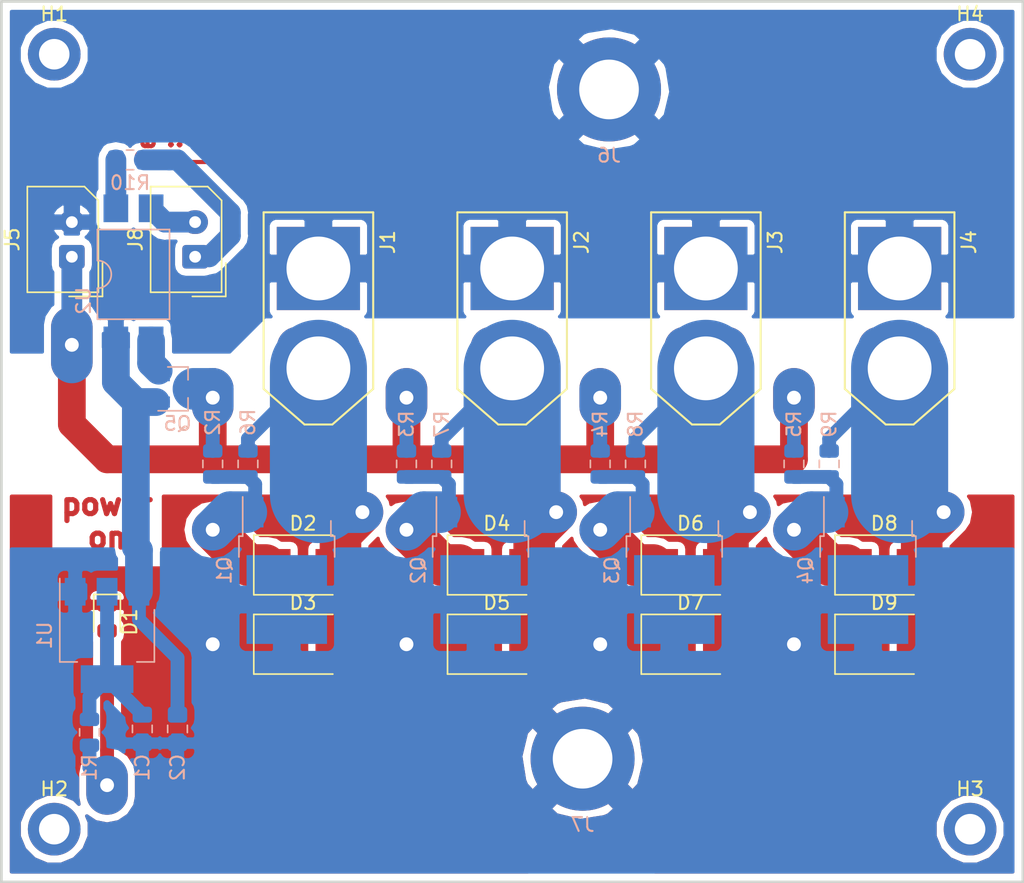
<source format=kicad_pcb>
(kicad_pcb (version 20171130) (host pcbnew "(5.0.2)-1")

  (general
    (thickness 1.6)
    (drawings 13)
    (tracks 140)
    (zones 0)
    (modules 40)
    (nets 18)
  )

  (page A4)
  (layers
    (0 F.Cu signal)
    (31 B.Cu signal)
    (32 B.Adhes user)
    (33 F.Adhes user)
    (34 B.Paste user)
    (35 F.Paste user)
    (36 B.SilkS user)
    (37 F.SilkS user)
    (38 B.Mask user)
    (39 F.Mask user)
    (40 Dwgs.User user)
    (41 Cmts.User user)
    (42 Eco1.User user)
    (43 Eco2.User user)
    (44 Edge.Cuts user)
    (45 Margin user)
    (46 B.CrtYd user)
    (47 F.CrtYd user)
    (48 B.Fab user)
    (49 F.Fab user)
  )

  (setup
    (last_trace_width 1)
    (user_trace_width 1)
    (user_trace_width 1.5)
    (user_trace_width 2)
    (user_trace_width 3)
    (user_trace_width 4)
    (user_trace_width 5)
    (user_trace_width 6)
    (user_trace_width 7)
    (trace_clearance 0.2)
    (zone_clearance 0.508)
    (zone_45_only no)
    (trace_min 1)
    (segment_width 0.2)
    (edge_width 0.15)
    (via_size 1.5)
    (via_drill 1)
    (via_min_size 1)
    (via_min_drill 1)
    (user_via 1.1 1)
    (user_via 1.5 1.4)
    (user_via 2 1.9)
    (uvia_size 1.5)
    (uvia_drill 1)
    (uvias_allowed no)
    (uvia_min_size 0.2)
    (uvia_min_drill 0.1)
    (pcb_text_width 0.3)
    (pcb_text_size 1.5 1.5)
    (mod_edge_width 0.15)
    (mod_text_size 1 1)
    (mod_text_width 0.15)
    (pad_size 1.524 1.524)
    (pad_drill 0.762)
    (pad_to_mask_clearance 0.051)
    (solder_mask_min_width 0.25)
    (aux_axis_origin 0 0)
    (visible_elements 7FFFFFFF)
    (pcbplotparams
      (layerselection 0x010fc_ffffffff)
      (usegerberextensions false)
      (usegerberattributes false)
      (usegerberadvancedattributes false)
      (creategerberjobfile false)
      (excludeedgelayer true)
      (linewidth 0.100000)
      (plotframeref false)
      (viasonmask false)
      (mode 1)
      (useauxorigin false)
      (hpglpennumber 1)
      (hpglpenspeed 20)
      (hpglpendiameter 15.000000)
      (psnegative false)
      (psa4output false)
      (plotreference true)
      (plotvalue true)
      (plotinvisibletext false)
      (padsonsilk false)
      (subtractmaskfromsilk false)
      (outputformat 1)
      (mirror false)
      (drillshape 1)
      (scaleselection 1)
      (outputdirectory ""))
  )

  (net 0 "")
  (net 1 "Net-(C1-Pad1)")
  (net 2 "Net-(D1-Pad2)")
  (net 3 gnd)
  (net 4 Vin)
  (net 5 "Net-(D2-Pad1)")
  (net 6 "Net-(D2-Pad2)")
  (net 7 "Net-(D4-Pad1)")
  (net 8 "Net-(D4-Pad2)")
  (net 9 "Net-(D6-Pad1)")
  (net 10 "Net-(D6-Pad2)")
  (net 11 "Net-(D8-Pad1)")
  (net 12 "Net-(D8-Pad2)")
  (net 13 "Net-(J5-Pad1)")
  (net 14 "Net-(J8-Pad1)")
  (net 15 "Net-(J8-Pad2)")
  (net 16 "Net-(Q5-Pad2)")
  (net 17 "Net-(R10-Pad1)")

  (net_class Default "To jest domyślna klasa połączeń."
    (clearance 0.2)
    (trace_width 1)
    (via_dia 1.5)
    (via_drill 1)
    (uvia_dia 1.5)
    (uvia_drill 1)
    (diff_pair_gap 1)
    (diff_pair_width 1)
    (add_net "Net-(C1-Pad1)")
    (add_net "Net-(D1-Pad2)")
    (add_net "Net-(D2-Pad1)")
    (add_net "Net-(D2-Pad2)")
    (add_net "Net-(D4-Pad1)")
    (add_net "Net-(D4-Pad2)")
    (add_net "Net-(D6-Pad1)")
    (add_net "Net-(D6-Pad2)")
    (add_net "Net-(D8-Pad1)")
    (add_net "Net-(D8-Pad2)")
    (add_net "Net-(J5-Pad1)")
    (add_net "Net-(J8-Pad1)")
    (add_net "Net-(J8-Pad2)")
    (add_net "Net-(Q5-Pad2)")
    (add_net "Net-(R10-Pad1)")
    (add_net Vin)
    (add_net gnd)
  )

  (module power_connectors:XT60UPB-M (layer F.Cu) (tedit 5D17DCD0) (tstamp 5D248C4C)
    (at 73.66 87.63 270)
    (path /5CF2D204)
    (fp_text reference J1 (at -5.5 -5 270) (layer F.SilkS)
      (effects (font (size 1 1) (thickness 0.15)))
    )
    (fp_text value batt_1 (at -3 5 270) (layer F.Fab)
      (effects (font (size 1 1) (thickness 0.15)))
    )
    (fp_line (start -7.65 -3.95) (end -7.65 3.95) (layer F.SilkS) (width 0.15))
    (fp_line (start 7.65 1) (end 7.65 -1) (layer F.SilkS) (width 0.15))
    (fp_line (start -7.65 -3.95) (end 5.08 -3.95) (layer F.SilkS) (width 0.15))
    (fp_line (start -7.65 3.95) (end 5.08 3.95) (layer F.SilkS) (width 0.15))
    (fp_line (start 5.08 -3.95) (end 7.65 -1) (layer F.SilkS) (width 0.15))
    (fp_line (start 5.08 3.95) (end 7.65 1) (layer F.SilkS) (width 0.15))
    (pad 1 thru_hole rect (at -3.6 0 270) (size 6 6) (drill 4.6) (layers *.Cu *.Mask)
      (net 4 Vin))
    (pad 2 thru_hole roundrect (at 3.6 0 270) (size 6 6) (drill 4.6) (layers *.Cu *.Mask) (roundrect_rratio 0.25)
      (net 6 "Net-(D2-Pad2)"))
    (model C:/Users/Kurat/Documents/git_repos/Rov4/zasilanie/power_connectors/power_connectors.dcm
      (at (xyz 0 0 0))
      (scale (xyz 1 1 1))
      (rotate (xyz 0 0 0))
    )
    (model C:/Users/Kurat/Documents/git_repos/Rov4/zasilanie/modele_3d/xt-60_pcb_f.step
      (at (xyz 0 0 0))
      (scale (xyz 1 1 1))
      (rotate (xyz -90 0 90))
    )
  )

  (module Resistor_SMD:R_0805_2012Metric (layer B.Cu) (tedit 5B36C52B) (tstamp 5D248DB2)
    (at 110.49 98.1225 270)
    (descr "Resistor SMD 0805 (2012 Metric), square (rectangular) end terminal, IPC_7351 nominal, (Body size source: https://docs.google.com/spreadsheets/d/1BsfQQcO9C6DZCsRaXUlFlo91Tg2WpOkGARC1WS5S8t0/edit?usp=sharing), generated with kicad-footprint-generator")
    (tags resistor)
    (path /5D1CD6B8)
    (attr smd)
    (fp_text reference R9 (at -2.8725 0 270) (layer B.SilkS)
      (effects (font (size 1 1) (thickness 0.15)) (justify mirror))
    )
    (fp_text value 47k (at -0.3325 -1.905 270) (layer B.Fab)
      (effects (font (size 1 1) (thickness 0.15)) (justify mirror))
    )
    (fp_text user %R (at 0 0 270) (layer B.Fab)
      (effects (font (size 0.5 0.5) (thickness 0.08)) (justify mirror))
    )
    (fp_line (start 1.68 -0.95) (end -1.68 -0.95) (layer B.CrtYd) (width 0.05))
    (fp_line (start 1.68 0.95) (end 1.68 -0.95) (layer B.CrtYd) (width 0.05))
    (fp_line (start -1.68 0.95) (end 1.68 0.95) (layer B.CrtYd) (width 0.05))
    (fp_line (start -1.68 -0.95) (end -1.68 0.95) (layer B.CrtYd) (width 0.05))
    (fp_line (start -0.258578 -0.71) (end 0.258578 -0.71) (layer B.SilkS) (width 0.12))
    (fp_line (start -0.258578 0.71) (end 0.258578 0.71) (layer B.SilkS) (width 0.12))
    (fp_line (start 1 -0.6) (end -1 -0.6) (layer B.Fab) (width 0.1))
    (fp_line (start 1 0.6) (end 1 -0.6) (layer B.Fab) (width 0.1))
    (fp_line (start -1 0.6) (end 1 0.6) (layer B.Fab) (width 0.1))
    (fp_line (start -1 -0.6) (end -1 0.6) (layer B.Fab) (width 0.1))
    (pad 2 smd roundrect (at 0.9375 0 270) (size 0.975 1.4) (layers B.Cu B.Paste B.Mask) (roundrect_rratio 0.25)
      (net 11 "Net-(D8-Pad1)"))
    (pad 1 smd roundrect (at -0.9375 0 270) (size 0.975 1.4) (layers B.Cu B.Paste B.Mask) (roundrect_rratio 0.25)
      (net 12 "Net-(D8-Pad2)"))
    (model ${KISYS3DMOD}/Resistor_SMD.3dshapes/R_0805_2012Metric.wrl
      (at (xyz 0 0 0))
      (scale (xyz 1 1 1))
      (rotate (xyz 0 0 0))
    )
  )

  (module Resistor_SMD:R_0805_2012Metric (layer B.Cu) (tedit 5B36C52B) (tstamp 5D248DA2)
    (at 96.52 98.1225 270)
    (descr "Resistor SMD 0805 (2012 Metric), square (rectangular) end terminal, IPC_7351 nominal, (Body size source: https://docs.google.com/spreadsheets/d/1BsfQQcO9C6DZCsRaXUlFlo91Tg2WpOkGARC1WS5S8t0/edit?usp=sharing), generated with kicad-footprint-generator")
    (tags resistor)
    (path /5D1CD683)
    (attr smd)
    (fp_text reference R8 (at -2.8725 0 270) (layer B.SilkS)
      (effects (font (size 1 1) (thickness 0.15)) (justify mirror))
    )
    (fp_text value 47k (at -0.3325 -1.905 270) (layer B.Fab)
      (effects (font (size 1 1) (thickness 0.15)) (justify mirror))
    )
    (fp_text user %R (at 0 0 270) (layer B.Fab)
      (effects (font (size 0.5 0.5) (thickness 0.08)) (justify mirror))
    )
    (fp_line (start 1.68 -0.95) (end -1.68 -0.95) (layer B.CrtYd) (width 0.05))
    (fp_line (start 1.68 0.95) (end 1.68 -0.95) (layer B.CrtYd) (width 0.05))
    (fp_line (start -1.68 0.95) (end 1.68 0.95) (layer B.CrtYd) (width 0.05))
    (fp_line (start -1.68 -0.95) (end -1.68 0.95) (layer B.CrtYd) (width 0.05))
    (fp_line (start -0.258578 -0.71) (end 0.258578 -0.71) (layer B.SilkS) (width 0.12))
    (fp_line (start -0.258578 0.71) (end 0.258578 0.71) (layer B.SilkS) (width 0.12))
    (fp_line (start 1 -0.6) (end -1 -0.6) (layer B.Fab) (width 0.1))
    (fp_line (start 1 0.6) (end 1 -0.6) (layer B.Fab) (width 0.1))
    (fp_line (start -1 0.6) (end 1 0.6) (layer B.Fab) (width 0.1))
    (fp_line (start -1 -0.6) (end -1 0.6) (layer B.Fab) (width 0.1))
    (pad 2 smd roundrect (at 0.9375 0 270) (size 0.975 1.4) (layers B.Cu B.Paste B.Mask) (roundrect_rratio 0.25)
      (net 9 "Net-(D6-Pad1)"))
    (pad 1 smd roundrect (at -0.9375 0 270) (size 0.975 1.4) (layers B.Cu B.Paste B.Mask) (roundrect_rratio 0.25)
      (net 10 "Net-(D6-Pad2)"))
    (model ${KISYS3DMOD}/Resistor_SMD.3dshapes/R_0805_2012Metric.wrl
      (at (xyz 0 0 0))
      (scale (xyz 1 1 1))
      (rotate (xyz 0 0 0))
    )
  )

  (module Resistor_SMD:R_0805_2012Metric (layer B.Cu) (tedit 5B36C52B) (tstamp 5D248D6B)
    (at 82.55 98.1225 270)
    (descr "Resistor SMD 0805 (2012 Metric), square (rectangular) end terminal, IPC_7351 nominal, (Body size source: https://docs.google.com/spreadsheets/d/1BsfQQcO9C6DZCsRaXUlFlo91Tg2WpOkGARC1WS5S8t0/edit?usp=sharing), generated with kicad-footprint-generator")
    (tags resistor)
    (path /5D1C7A1F)
    (attr smd)
    (fp_text reference R7 (at -2.8725 0 270) (layer B.SilkS)
      (effects (font (size 1 1) (thickness 0.15)) (justify mirror))
    )
    (fp_text value 47k (at -0.3325 -1.905 270) (layer B.Fab)
      (effects (font (size 1 1) (thickness 0.15)) (justify mirror))
    )
    (fp_text user %R (at 0 0 270) (layer B.Fab)
      (effects (font (size 0.5 0.5) (thickness 0.08)) (justify mirror))
    )
    (fp_line (start 1.68 -0.95) (end -1.68 -0.95) (layer B.CrtYd) (width 0.05))
    (fp_line (start 1.68 0.95) (end 1.68 -0.95) (layer B.CrtYd) (width 0.05))
    (fp_line (start -1.68 0.95) (end 1.68 0.95) (layer B.CrtYd) (width 0.05))
    (fp_line (start -1.68 -0.95) (end -1.68 0.95) (layer B.CrtYd) (width 0.05))
    (fp_line (start -0.258578 -0.71) (end 0.258578 -0.71) (layer B.SilkS) (width 0.12))
    (fp_line (start -0.258578 0.71) (end 0.258578 0.71) (layer B.SilkS) (width 0.12))
    (fp_line (start 1 -0.6) (end -1 -0.6) (layer B.Fab) (width 0.1))
    (fp_line (start 1 0.6) (end 1 -0.6) (layer B.Fab) (width 0.1))
    (fp_line (start -1 0.6) (end 1 0.6) (layer B.Fab) (width 0.1))
    (fp_line (start -1 -0.6) (end -1 0.6) (layer B.Fab) (width 0.1))
    (pad 2 smd roundrect (at 0.9375 0 270) (size 0.975 1.4) (layers B.Cu B.Paste B.Mask) (roundrect_rratio 0.25)
      (net 7 "Net-(D4-Pad1)"))
    (pad 1 smd roundrect (at -0.9375 0 270) (size 0.975 1.4) (layers B.Cu B.Paste B.Mask) (roundrect_rratio 0.25)
      (net 8 "Net-(D4-Pad2)"))
    (model ${KISYS3DMOD}/Resistor_SMD.3dshapes/R_0805_2012Metric.wrl
      (at (xyz 0 0 0))
      (scale (xyz 1 1 1))
      (rotate (xyz 0 0 0))
    )
  )

  (module Resistor_SMD:R_0805_2012Metric (layer B.Cu) (tedit 5B36C52B) (tstamp 5D248D5B)
    (at 80.01 98.1225 90)
    (descr "Resistor SMD 0805 (2012 Metric), square (rectangular) end terminal, IPC_7351 nominal, (Body size source: https://docs.google.com/spreadsheets/d/1BsfQQcO9C6DZCsRaXUlFlo91Tg2WpOkGARC1WS5S8t0/edit?usp=sharing), generated with kicad-footprint-generator")
    (tags resistor)
    (path /5D1C7A18)
    (attr smd)
    (fp_text reference R3 (at 2.8725 0 90) (layer B.SilkS)
      (effects (font (size 1 1) (thickness 0.15)) (justify mirror))
    )
    (fp_text value 100 (at 0.3325 -1.905 90) (layer B.Fab)
      (effects (font (size 1 1) (thickness 0.15)) (justify mirror))
    )
    (fp_text user %R (at 0 0 90) (layer B.Fab)
      (effects (font (size 0.5 0.5) (thickness 0.08)) (justify mirror))
    )
    (fp_line (start 1.68 -0.95) (end -1.68 -0.95) (layer B.CrtYd) (width 0.05))
    (fp_line (start 1.68 0.95) (end 1.68 -0.95) (layer B.CrtYd) (width 0.05))
    (fp_line (start -1.68 0.95) (end 1.68 0.95) (layer B.CrtYd) (width 0.05))
    (fp_line (start -1.68 -0.95) (end -1.68 0.95) (layer B.CrtYd) (width 0.05))
    (fp_line (start -0.258578 -0.71) (end 0.258578 -0.71) (layer B.SilkS) (width 0.12))
    (fp_line (start -0.258578 0.71) (end 0.258578 0.71) (layer B.SilkS) (width 0.12))
    (fp_line (start 1 -0.6) (end -1 -0.6) (layer B.Fab) (width 0.1))
    (fp_line (start 1 0.6) (end 1 -0.6) (layer B.Fab) (width 0.1))
    (fp_line (start -1 0.6) (end 1 0.6) (layer B.Fab) (width 0.1))
    (fp_line (start -1 -0.6) (end -1 0.6) (layer B.Fab) (width 0.1))
    (pad 2 smd roundrect (at 0.9375 0 90) (size 0.975 1.4) (layers B.Cu B.Paste B.Mask) (roundrect_rratio 0.25)
      (net 13 "Net-(J5-Pad1)"))
    (pad 1 smd roundrect (at -0.9375 0 90) (size 0.975 1.4) (layers B.Cu B.Paste B.Mask) (roundrect_rratio 0.25)
      (net 7 "Net-(D4-Pad1)"))
    (model ${KISYS3DMOD}/Resistor_SMD.3dshapes/R_0805_2012Metric.wrl
      (at (xyz 0 0 0))
      (scale (xyz 1 1 1))
      (rotate (xyz 0 0 0))
    )
  )

  (module Package_TO_SOT_SMD:TO-252-2 (layer B.Cu) (tedit 5A70A390) (tstamp 5D248D38)
    (at 113.29 105.8 270)
    (descr "TO-252 / DPAK SMD package, http://www.infineon.com/cms/en/product/packages/PG-TO252/PG-TO252-3-1/")
    (tags "DPAK TO-252 DPAK-3 TO-252-3 SOT-428")
    (path /5D1CD6C1)
    (attr smd)
    (fp_text reference Q4 (at 0 4.5 270) (layer B.SilkS)
      (effects (font (size 1 1) (thickness 0.15)) (justify mirror))
    )
    (fp_text value batt4_sw (at 2.15 -4.5 270) (layer B.Fab)
      (effects (font (size 1 1) (thickness 0.15)) (justify mirror))
    )
    (fp_text user %R (at 0 0 270) (layer B.Fab)
      (effects (font (size 1 1) (thickness 0.15)) (justify mirror))
    )
    (fp_line (start 5.55 3.5) (end -5.55 3.5) (layer B.CrtYd) (width 0.05))
    (fp_line (start 5.55 -3.5) (end 5.55 3.5) (layer B.CrtYd) (width 0.05))
    (fp_line (start -5.55 -3.5) (end 5.55 -3.5) (layer B.CrtYd) (width 0.05))
    (fp_line (start -5.55 3.5) (end -5.55 -3.5) (layer B.CrtYd) (width 0.05))
    (fp_line (start -2.47 -3.18) (end -3.57 -3.18) (layer B.SilkS) (width 0.12))
    (fp_line (start -2.47 -3.45) (end -2.47 -3.18) (layer B.SilkS) (width 0.12))
    (fp_line (start -0.97 -3.45) (end -2.47 -3.45) (layer B.SilkS) (width 0.12))
    (fp_line (start -2.47 3.18) (end -5.3 3.18) (layer B.SilkS) (width 0.12))
    (fp_line (start -2.47 3.45) (end -2.47 3.18) (layer B.SilkS) (width 0.12))
    (fp_line (start -0.97 3.45) (end -2.47 3.45) (layer B.SilkS) (width 0.12))
    (fp_line (start -4.97 -2.655) (end -2.27 -2.655) (layer B.Fab) (width 0.1))
    (fp_line (start -4.97 -1.905) (end -4.97 -2.655) (layer B.Fab) (width 0.1))
    (fp_line (start -2.27 -1.905) (end -4.97 -1.905) (layer B.Fab) (width 0.1))
    (fp_line (start -4.97 1.905) (end -2.27 1.905) (layer B.Fab) (width 0.1))
    (fp_line (start -4.97 2.655) (end -4.97 1.905) (layer B.Fab) (width 0.1))
    (fp_line (start -1.865 2.655) (end -4.97 2.655) (layer B.Fab) (width 0.1))
    (fp_line (start -1.27 3.25) (end 3.95 3.25) (layer B.Fab) (width 0.1))
    (fp_line (start -2.27 2.25) (end -1.27 3.25) (layer B.Fab) (width 0.1))
    (fp_line (start -2.27 -3.25) (end -2.27 2.25) (layer B.Fab) (width 0.1))
    (fp_line (start 3.95 -3.25) (end -2.27 -3.25) (layer B.Fab) (width 0.1))
    (fp_line (start 3.95 3.25) (end 3.95 -3.25) (layer B.Fab) (width 0.1))
    (fp_line (start 4.95 -2.7) (end 3.95 -2.7) (layer B.Fab) (width 0.1))
    (fp_line (start 4.95 2.7) (end 4.95 -2.7) (layer B.Fab) (width 0.1))
    (fp_line (start 3.95 2.7) (end 4.95 2.7) (layer B.Fab) (width 0.1))
    (pad "" smd rect (at 0.425 -1.525 270) (size 3.05 2.75) (layers B.Paste))
    (pad "" smd rect (at 3.775 1.525 270) (size 3.05 2.75) (layers B.Paste))
    (pad "" smd rect (at 0.425 1.525 270) (size 3.05 2.75) (layers B.Paste))
    (pad "" smd rect (at 3.775 -1.525 270) (size 3.05 2.75) (layers B.Paste))
    (pad 2 smd rect (at 2.1 0 270) (size 6.4 5.8) (layers B.Cu B.Mask)
      (net 3 gnd))
    (pad 3 smd rect (at -4.2 -2.28 270) (size 2.2 1.2) (layers B.Cu B.Paste B.Mask)
      (net 12 "Net-(D8-Pad2)"))
    (pad 1 smd rect (at -4.2 2.28 270) (size 2.2 1.2) (layers B.Cu B.Paste B.Mask)
      (net 11 "Net-(D8-Pad1)"))
    (model ${KISYS3DMOD}/Package_TO_SOT_SMD.3dshapes/TO-252-2.wrl
      (at (xyz 0 0 0))
      (scale (xyz 1 1 1))
      (rotate (xyz 0 0 0))
    )
  )

  (module power_connectors:XT60UPB-M (layer F.Cu) (tedit 5D17DCD0) (tstamp 5D248D2D)
    (at 101.6 87.63 270)
    (path /5CF2D3F2)
    (fp_text reference J3 (at -5.5 -5 270) (layer F.SilkS)
      (effects (font (size 1 1) (thickness 0.15)))
    )
    (fp_text value batt_3 (at -3 5 270) (layer F.Fab)
      (effects (font (size 1 1) (thickness 0.15)))
    )
    (fp_line (start -7.65 -3.95) (end -7.65 3.95) (layer F.SilkS) (width 0.15))
    (fp_line (start 7.65 1) (end 7.65 -1) (layer F.SilkS) (width 0.15))
    (fp_line (start -7.65 -3.95) (end 5.08 -3.95) (layer F.SilkS) (width 0.15))
    (fp_line (start -7.65 3.95) (end 5.08 3.95) (layer F.SilkS) (width 0.15))
    (fp_line (start 5.08 -3.95) (end 7.65 -1) (layer F.SilkS) (width 0.15))
    (fp_line (start 5.08 3.95) (end 7.65 1) (layer F.SilkS) (width 0.15))
    (pad 1 thru_hole rect (at -3.6 0 270) (size 6 6) (drill 4.6) (layers *.Cu *.Mask)
      (net 4 Vin))
    (pad 2 thru_hole roundrect (at 3.6 0 270) (size 6 6) (drill 4.6) (layers *.Cu *.Mask) (roundrect_rratio 0.25)
      (net 10 "Net-(D6-Pad2)"))
    (model C:/Users/Kurat/Documents/git_repos/Rov4/zasilanie/modele_3d/xt-60_pcb_f.step
      (at (xyz 0 0 0))
      (scale (xyz 1 1 1))
      (rotate (xyz -90 0 90))
    )
  )

  (module Capacitor_SMD:C_0805_2012Metric_Pad1.15x1.40mm_HandSolder (layer B.Cu) (tedit 5D17FD2D) (tstamp 5D3174D8)
    (at 60.96 117.23 270)
    (descr "Capacitor SMD 0805 (2012 Metric), square (rectangular) end terminal, IPC_7351 nominal with elongated pad for handsoldering. (Body size source: https://docs.google.com/spreadsheets/d/1BsfQQcO9C6DZCsRaXUlFlo91Tg2WpOkGARC1WS5S8t0/edit?usp=sharing), generated with kicad-footprint-generator")
    (tags "capacitor handsolder")
    (path /5D40C64D)
    (attr smd)
    (fp_text reference C1 (at 2.785 0 270) (layer B.SilkS)
      (effects (font (size 1 1) (thickness 0.15)) (justify mirror))
    )
    (fp_text value 100n (at -0.39 1.27 270) (layer B.Fab)
      (effects (font (size 1 1) (thickness 0.15)) (justify mirror))
    )
    (fp_text user %R (at 0 0 270) (layer B.Fab)
      (effects (font (size 0.5 0.5) (thickness 0.08)) (justify mirror))
    )
    (fp_line (start 1.85 -0.95) (end -1.85 -0.95) (layer B.CrtYd) (width 0.05))
    (fp_line (start 1.85 0.95) (end 1.85 -0.95) (layer B.CrtYd) (width 0.05))
    (fp_line (start -1.85 0.95) (end 1.85 0.95) (layer B.CrtYd) (width 0.05))
    (fp_line (start -1.85 -0.95) (end -1.85 0.95) (layer B.CrtYd) (width 0.05))
    (fp_line (start -0.261252 -0.71) (end 0.261252 -0.71) (layer B.SilkS) (width 0.12))
    (fp_line (start -0.261252 0.71) (end 0.261252 0.71) (layer B.SilkS) (width 0.12))
    (fp_line (start 1 -0.6) (end -1 -0.6) (layer B.Fab) (width 0.1))
    (fp_line (start 1 0.6) (end 1 -0.6) (layer B.Fab) (width 0.1))
    (fp_line (start -1 0.6) (end 1 0.6) (layer B.Fab) (width 0.1))
    (fp_line (start -1 -0.6) (end -1 0.6) (layer B.Fab) (width 0.1))
    (pad 2 smd roundrect (at 1.025 0 270) (size 1.15 1.4) (layers B.Cu B.Paste B.Mask) (roundrect_rratio 0.217391)
      (net 3 gnd))
    (pad 1 smd roundrect (at -1.025 0 270) (size 1.15 1.4) (layers B.Cu B.Paste B.Mask) (roundrect_rratio 0.217391)
      (net 1 "Net-(C1-Pad1)"))
    (model ${KISYS3DMOD}/Capacitor_SMD.3dshapes/C_0805_2012Metric.wrl
      (at (xyz 0 0 0))
      (scale (xyz 1 1 1))
      (rotate (xyz 0 0 0))
    )
  )

  (module Package_TO_SOT_SMD:TO-252-2 (layer B.Cu) (tedit 5A70A390) (tstamp 5D248C87)
    (at 85.35 105.8 270)
    (descr "TO-252 / DPAK SMD package, http://www.infineon.com/cms/en/product/packages/PG-TO252/PG-TO252-3-1/")
    (tags "DPAK TO-252 DPAK-3 TO-252-3 SOT-428")
    (path /5D1C7A28)
    (attr smd)
    (fp_text reference Q2 (at 0 4.5 270) (layer B.SilkS)
      (effects (font (size 1 1) (thickness 0.15)) (justify mirror))
    )
    (fp_text value batt2_sw (at 2.15 -4.5 270) (layer B.Fab)
      (effects (font (size 1 1) (thickness 0.15)) (justify mirror))
    )
    (fp_text user %R (at 0 0 270) (layer B.Fab)
      (effects (font (size 1 1) (thickness 0.15)) (justify mirror))
    )
    (fp_line (start 5.55 3.5) (end -5.55 3.5) (layer B.CrtYd) (width 0.05))
    (fp_line (start 5.55 -3.5) (end 5.55 3.5) (layer B.CrtYd) (width 0.05))
    (fp_line (start -5.55 -3.5) (end 5.55 -3.5) (layer B.CrtYd) (width 0.05))
    (fp_line (start -5.55 3.5) (end -5.55 -3.5) (layer B.CrtYd) (width 0.05))
    (fp_line (start -2.47 -3.18) (end -3.57 -3.18) (layer B.SilkS) (width 0.12))
    (fp_line (start -2.47 -3.45) (end -2.47 -3.18) (layer B.SilkS) (width 0.12))
    (fp_line (start -0.97 -3.45) (end -2.47 -3.45) (layer B.SilkS) (width 0.12))
    (fp_line (start -2.47 3.18) (end -5.3 3.18) (layer B.SilkS) (width 0.12))
    (fp_line (start -2.47 3.45) (end -2.47 3.18) (layer B.SilkS) (width 0.12))
    (fp_line (start -0.97 3.45) (end -2.47 3.45) (layer B.SilkS) (width 0.12))
    (fp_line (start -4.97 -2.655) (end -2.27 -2.655) (layer B.Fab) (width 0.1))
    (fp_line (start -4.97 -1.905) (end -4.97 -2.655) (layer B.Fab) (width 0.1))
    (fp_line (start -2.27 -1.905) (end -4.97 -1.905) (layer B.Fab) (width 0.1))
    (fp_line (start -4.97 1.905) (end -2.27 1.905) (layer B.Fab) (width 0.1))
    (fp_line (start -4.97 2.655) (end -4.97 1.905) (layer B.Fab) (width 0.1))
    (fp_line (start -1.865 2.655) (end -4.97 2.655) (layer B.Fab) (width 0.1))
    (fp_line (start -1.27 3.25) (end 3.95 3.25) (layer B.Fab) (width 0.1))
    (fp_line (start -2.27 2.25) (end -1.27 3.25) (layer B.Fab) (width 0.1))
    (fp_line (start -2.27 -3.25) (end -2.27 2.25) (layer B.Fab) (width 0.1))
    (fp_line (start 3.95 -3.25) (end -2.27 -3.25) (layer B.Fab) (width 0.1))
    (fp_line (start 3.95 3.25) (end 3.95 -3.25) (layer B.Fab) (width 0.1))
    (fp_line (start 4.95 -2.7) (end 3.95 -2.7) (layer B.Fab) (width 0.1))
    (fp_line (start 4.95 2.7) (end 4.95 -2.7) (layer B.Fab) (width 0.1))
    (fp_line (start 3.95 2.7) (end 4.95 2.7) (layer B.Fab) (width 0.1))
    (pad "" smd rect (at 0.425 -1.525 270) (size 3.05 2.75) (layers B.Paste))
    (pad "" smd rect (at 3.775 1.525 270) (size 3.05 2.75) (layers B.Paste))
    (pad "" smd rect (at 0.425 1.525 270) (size 3.05 2.75) (layers B.Paste))
    (pad "" smd rect (at 3.775 -1.525 270) (size 3.05 2.75) (layers B.Paste))
    (pad 2 smd rect (at 2.1 0 270) (size 6.4 5.8) (layers B.Cu B.Mask)
      (net 3 gnd))
    (pad 3 smd rect (at -4.2 -2.28 270) (size 2.2 1.2) (layers B.Cu B.Paste B.Mask)
      (net 8 "Net-(D4-Pad2)"))
    (pad 1 smd rect (at -4.2 2.28 270) (size 2.2 1.2) (layers B.Cu B.Paste B.Mask)
      (net 7 "Net-(D4-Pad1)"))
    (model ${KISYS3DMOD}/Package_TO_SOT_SMD.3dshapes/TO-252-2.wrl
      (at (xyz 0 0 0))
      (scale (xyz 1 1 1))
      (rotate (xyz 0 0 0))
    )
  )

  (module MountingHole:MountingHole_4.3mm_M4_DIN965_Pad (layer B.Cu) (tedit 56D1B4CB) (tstamp 5D248C69)
    (at 92.71 119.38)
    (descr "Mounting Hole 4.3mm, M4, DIN965")
    (tags "mounting hole 4.3mm m4 din965")
    (path /5CF56D26)
    (attr virtual)
    (fp_text reference J7 (at 0 4.75) (layer B.SilkS)
      (effects (font (size 1 1) (thickness 0.15)) (justify mirror))
    )
    (fp_text value toPcb- (at 0 -4.75) (layer B.Fab)
      (effects (font (size 1 1) (thickness 0.15)) (justify mirror))
    )
    (fp_circle (center 0 0) (end 4 0) (layer B.CrtYd) (width 0.05))
    (fp_circle (center 0 0) (end 3.75 0) (layer Cmts.User) (width 0.15))
    (fp_text user %R (at 0.3 0) (layer B.Fab)
      (effects (font (size 1 1) (thickness 0.15)) (justify mirror))
    )
    (pad 1 thru_hole circle (at 0 0) (size 7.5 7.5) (drill 4.3) (layers *.Cu *.Mask)
      (net 3 gnd))
  )

  (module LED_SMD:LED_0805_2012Metric (layer F.Cu) (tedit 5B36C52C) (tstamp 5D31750A)
    (at 58.42 109.22 270)
    (descr "LED SMD 0805 (2012 Metric), square (rectangular) end terminal, IPC_7351 nominal, (Body size source: https://docs.google.com/spreadsheets/d/1BsfQQcO9C6DZCsRaXUlFlo91Tg2WpOkGARC1WS5S8t0/edit?usp=sharing), generated with kicad-footprint-generator")
    (tags diode)
    (path /5CF346D6)
    (attr smd)
    (fp_text reference D1 (at 0.3025 -1.65 270) (layer F.SilkS)
      (effects (font (size 1 1) (thickness 0.15)))
    )
    (fp_text value power_ok (at 0 1.65 270) (layer F.Fab)
      (effects (font (size 1 1) (thickness 0.15)))
    )
    (fp_text user %R (at 0 0 270) (layer F.Fab)
      (effects (font (size 0.5 0.5) (thickness 0.08)))
    )
    (fp_line (start 1.68 0.95) (end -1.68 0.95) (layer F.CrtYd) (width 0.05))
    (fp_line (start 1.68 -0.95) (end 1.68 0.95) (layer F.CrtYd) (width 0.05))
    (fp_line (start -1.68 -0.95) (end 1.68 -0.95) (layer F.CrtYd) (width 0.05))
    (fp_line (start -1.68 0.95) (end -1.68 -0.95) (layer F.CrtYd) (width 0.05))
    (fp_line (start -1.685 0.96) (end 1 0.96) (layer F.SilkS) (width 0.12))
    (fp_line (start -1.685 -0.96) (end -1.685 0.96) (layer F.SilkS) (width 0.12))
    (fp_line (start 1 -0.96) (end -1.685 -0.96) (layer F.SilkS) (width 0.12))
    (fp_line (start 1 0.6) (end 1 -0.6) (layer F.Fab) (width 0.1))
    (fp_line (start -1 0.6) (end 1 0.6) (layer F.Fab) (width 0.1))
    (fp_line (start -1 -0.3) (end -1 0.6) (layer F.Fab) (width 0.1))
    (fp_line (start -0.7 -0.6) (end -1 -0.3) (layer F.Fab) (width 0.1))
    (fp_line (start 1 -0.6) (end -0.7 -0.6) (layer F.Fab) (width 0.1))
    (pad 2 smd roundrect (at 0.9375 0 270) (size 0.975 1.4) (layers F.Cu F.Paste F.Mask) (roundrect_rratio 0.25)
      (net 2 "Net-(D1-Pad2)"))
    (pad 1 smd roundrect (at -0.9375 0 270) (size 0.975 1.4) (layers F.Cu F.Paste F.Mask) (roundrect_rratio 0.25)
      (net 3 gnd))
    (model ${KISYS3DMOD}/LED_SMD.3dshapes/LED_0805_2012Metric.wrl
      (at (xyz 0 0 0))
      (scale (xyz 1 1 1))
      (rotate (xyz 0 0 0))
    )
  )

  (module Capacitor_SMD:C_0805_2012Metric_Pad1.15x1.40mm_HandSolder (layer B.Cu) (tedit 5D17FD50) (tstamp 5D31753E)
    (at 63.5 117.23 270)
    (descr "Capacitor SMD 0805 (2012 Metric), square (rectangular) end terminal, IPC_7351 nominal with elongated pad for handsoldering. (Body size source: https://docs.google.com/spreadsheets/d/1BsfQQcO9C6DZCsRaXUlFlo91Tg2WpOkGARC1WS5S8t0/edit?usp=sharing), generated with kicad-footprint-generator")
    (tags "capacitor handsolder")
    (path /5D40C43E)
    (attr smd)
    (fp_text reference C2 (at 2.785 0 270) (layer B.SilkS)
      (effects (font (size 1 1) (thickness 0.15)) (justify mirror))
    )
    (fp_text value 100n (at -4.2 0 270) (layer B.Fab)
      (effects (font (size 1 1) (thickness 0.15)) (justify mirror))
    )
    (fp_text user %R (at 0 0 270) (layer B.Fab)
      (effects (font (size 0.5 0.5) (thickness 0.08)) (justify mirror))
    )
    (fp_line (start 1.85 -0.95) (end -1.85 -0.95) (layer B.CrtYd) (width 0.05))
    (fp_line (start 1.85 0.95) (end 1.85 -0.95) (layer B.CrtYd) (width 0.05))
    (fp_line (start -1.85 0.95) (end 1.85 0.95) (layer B.CrtYd) (width 0.05))
    (fp_line (start -1.85 -0.95) (end -1.85 0.95) (layer B.CrtYd) (width 0.05))
    (fp_line (start -0.261252 -0.71) (end 0.261252 -0.71) (layer B.SilkS) (width 0.12))
    (fp_line (start -0.261252 0.71) (end 0.261252 0.71) (layer B.SilkS) (width 0.12))
    (fp_line (start 1 -0.6) (end -1 -0.6) (layer B.Fab) (width 0.1))
    (fp_line (start 1 0.6) (end 1 -0.6) (layer B.Fab) (width 0.1))
    (fp_line (start -1 0.6) (end 1 0.6) (layer B.Fab) (width 0.1))
    (fp_line (start -1 -0.6) (end -1 0.6) (layer B.Fab) (width 0.1))
    (pad 2 smd roundrect (at 1.025 0 270) (size 1.15 1.4) (layers B.Cu B.Paste B.Mask) (roundrect_rratio 0.217391)
      (net 3 gnd))
    (pad 1 smd roundrect (at -1.025 0 270) (size 1.15 1.4) (layers B.Cu B.Paste B.Mask) (roundrect_rratio 0.217391)
      (net 4 Vin))
    (model ${KISYS3DMOD}/Capacitor_SMD.3dshapes/C_0805_2012Metric.wrl
      (at (xyz 0 0 0))
      (scale (xyz 1 1 1))
      (rotate (xyz 0 0 0))
    )
  )

  (module Resistor_SMD:R_0805_2012Metric (layer B.Cu) (tedit 5B36C52B) (tstamp 5D248C15)
    (at 93.98 98.1225 90)
    (descr "Resistor SMD 0805 (2012 Metric), square (rectangular) end terminal, IPC_7351 nominal, (Body size source: https://docs.google.com/spreadsheets/d/1BsfQQcO9C6DZCsRaXUlFlo91Tg2WpOkGARC1WS5S8t0/edit?usp=sharing), generated with kicad-footprint-generator")
    (tags resistor)
    (path /5D1CD67C)
    (attr smd)
    (fp_text reference R4 (at 2.8725 0 90) (layer B.SilkS)
      (effects (font (size 1 1) (thickness 0.15)) (justify mirror))
    )
    (fp_text value 100 (at 0.3325 -1.905 90) (layer B.Fab)
      (effects (font (size 1 1) (thickness 0.15)) (justify mirror))
    )
    (fp_text user %R (at 0 0 90) (layer B.Fab)
      (effects (font (size 0.5 0.5) (thickness 0.08)) (justify mirror))
    )
    (fp_line (start 1.68 -0.95) (end -1.68 -0.95) (layer B.CrtYd) (width 0.05))
    (fp_line (start 1.68 0.95) (end 1.68 -0.95) (layer B.CrtYd) (width 0.05))
    (fp_line (start -1.68 0.95) (end 1.68 0.95) (layer B.CrtYd) (width 0.05))
    (fp_line (start -1.68 -0.95) (end -1.68 0.95) (layer B.CrtYd) (width 0.05))
    (fp_line (start -0.258578 -0.71) (end 0.258578 -0.71) (layer B.SilkS) (width 0.12))
    (fp_line (start -0.258578 0.71) (end 0.258578 0.71) (layer B.SilkS) (width 0.12))
    (fp_line (start 1 -0.6) (end -1 -0.6) (layer B.Fab) (width 0.1))
    (fp_line (start 1 0.6) (end 1 -0.6) (layer B.Fab) (width 0.1))
    (fp_line (start -1 0.6) (end 1 0.6) (layer B.Fab) (width 0.1))
    (fp_line (start -1 -0.6) (end -1 0.6) (layer B.Fab) (width 0.1))
    (pad 2 smd roundrect (at 0.9375 0 90) (size 0.975 1.4) (layers B.Cu B.Paste B.Mask) (roundrect_rratio 0.25)
      (net 13 "Net-(J5-Pad1)"))
    (pad 1 smd roundrect (at -0.9375 0 90) (size 0.975 1.4) (layers B.Cu B.Paste B.Mask) (roundrect_rratio 0.25)
      (net 9 "Net-(D6-Pad1)"))
    (model ${KISYS3DMOD}/Resistor_SMD.3dshapes/R_0805_2012Metric.wrl
      (at (xyz 0 0 0))
      (scale (xyz 1 1 1))
      (rotate (xyz 0 0 0))
    )
  )

  (module Resistor_SMD:R_0805_2012Metric (layer B.Cu) (tedit 5B36C52B) (tstamp 5D317583)
    (at 57.15 117.475 90)
    (descr "Resistor SMD 0805 (2012 Metric), square (rectangular) end terminal, IPC_7351 nominal, (Body size source: https://docs.google.com/spreadsheets/d/1BsfQQcO9C6DZCsRaXUlFlo91Tg2WpOkGARC1WS5S8t0/edit?usp=sharing), generated with kicad-footprint-generator")
    (tags resistor)
    (path /5CF3B983)
    (attr smd)
    (fp_text reference R1 (at -2.54 0 90) (layer B.SilkS)
      (effects (font (size 1 1) (thickness 0.15)) (justify mirror))
    )
    (fp_text value 400 (at 0 -1.65 90) (layer B.Fab)
      (effects (font (size 1 1) (thickness 0.15)) (justify mirror))
    )
    (fp_text user %R (at 0 0 90) (layer B.Fab)
      (effects (font (size 0.5 0.5) (thickness 0.08)) (justify mirror))
    )
    (fp_line (start 1.68 -0.95) (end -1.68 -0.95) (layer B.CrtYd) (width 0.05))
    (fp_line (start 1.68 0.95) (end 1.68 -0.95) (layer B.CrtYd) (width 0.05))
    (fp_line (start -1.68 0.95) (end 1.68 0.95) (layer B.CrtYd) (width 0.05))
    (fp_line (start -1.68 -0.95) (end -1.68 0.95) (layer B.CrtYd) (width 0.05))
    (fp_line (start -0.258578 -0.71) (end 0.258578 -0.71) (layer B.SilkS) (width 0.12))
    (fp_line (start -0.258578 0.71) (end 0.258578 0.71) (layer B.SilkS) (width 0.12))
    (fp_line (start 1 -0.6) (end -1 -0.6) (layer B.Fab) (width 0.1))
    (fp_line (start 1 0.6) (end 1 -0.6) (layer B.Fab) (width 0.1))
    (fp_line (start -1 0.6) (end 1 0.6) (layer B.Fab) (width 0.1))
    (fp_line (start -1 -0.6) (end -1 0.6) (layer B.Fab) (width 0.1))
    (pad 2 smd roundrect (at 0.9375 0 90) (size 0.975 1.4) (layers B.Cu B.Paste B.Mask) (roundrect_rratio 0.25)
      (net 1 "Net-(C1-Pad1)"))
    (pad 1 smd roundrect (at -0.9375 0 90) (size 0.975 1.4) (layers B.Cu B.Paste B.Mask) (roundrect_rratio 0.25)
      (net 2 "Net-(D1-Pad2)"))
    (model ${KISYS3DMOD}/Resistor_SMD.3dshapes/R_0805_2012Metric.wrl
      (at (xyz 0 0 0))
      (scale (xyz 1 1 1))
      (rotate (xyz 0 0 0))
    )
  )

  (module Package_TO_SOT_SMD:TO-252-2 (layer B.Cu) (tedit 5A70A390) (tstamp 5D248BE2)
    (at 99.32 105.8 270)
    (descr "TO-252 / DPAK SMD package, http://www.infineon.com/cms/en/product/packages/PG-TO252/PG-TO252-3-1/")
    (tags "DPAK TO-252 DPAK-3 TO-252-3 SOT-428")
    (path /5D1CD68C)
    (attr smd)
    (fp_text reference Q3 (at 0 4.5 270) (layer B.SilkS)
      (effects (font (size 1 1) (thickness 0.15)) (justify mirror))
    )
    (fp_text value batt3_sw (at 2.15 -4.5 270) (layer B.Fab)
      (effects (font (size 1 1) (thickness 0.15)) (justify mirror))
    )
    (fp_text user %R (at 0 0 270) (layer B.Fab)
      (effects (font (size 1 1) (thickness 0.15)) (justify mirror))
    )
    (fp_line (start 5.55 3.5) (end -5.55 3.5) (layer B.CrtYd) (width 0.05))
    (fp_line (start 5.55 -3.5) (end 5.55 3.5) (layer B.CrtYd) (width 0.05))
    (fp_line (start -5.55 -3.5) (end 5.55 -3.5) (layer B.CrtYd) (width 0.05))
    (fp_line (start -5.55 3.5) (end -5.55 -3.5) (layer B.CrtYd) (width 0.05))
    (fp_line (start -2.47 -3.18) (end -3.57 -3.18) (layer B.SilkS) (width 0.12))
    (fp_line (start -2.47 -3.45) (end -2.47 -3.18) (layer B.SilkS) (width 0.12))
    (fp_line (start -0.97 -3.45) (end -2.47 -3.45) (layer B.SilkS) (width 0.12))
    (fp_line (start -2.47 3.18) (end -5.3 3.18) (layer B.SilkS) (width 0.12))
    (fp_line (start -2.47 3.45) (end -2.47 3.18) (layer B.SilkS) (width 0.12))
    (fp_line (start -0.97 3.45) (end -2.47 3.45) (layer B.SilkS) (width 0.12))
    (fp_line (start -4.97 -2.655) (end -2.27 -2.655) (layer B.Fab) (width 0.1))
    (fp_line (start -4.97 -1.905) (end -4.97 -2.655) (layer B.Fab) (width 0.1))
    (fp_line (start -2.27 -1.905) (end -4.97 -1.905) (layer B.Fab) (width 0.1))
    (fp_line (start -4.97 1.905) (end -2.27 1.905) (layer B.Fab) (width 0.1))
    (fp_line (start -4.97 2.655) (end -4.97 1.905) (layer B.Fab) (width 0.1))
    (fp_line (start -1.865 2.655) (end -4.97 2.655) (layer B.Fab) (width 0.1))
    (fp_line (start -1.27 3.25) (end 3.95 3.25) (layer B.Fab) (width 0.1))
    (fp_line (start -2.27 2.25) (end -1.27 3.25) (layer B.Fab) (width 0.1))
    (fp_line (start -2.27 -3.25) (end -2.27 2.25) (layer B.Fab) (width 0.1))
    (fp_line (start 3.95 -3.25) (end -2.27 -3.25) (layer B.Fab) (width 0.1))
    (fp_line (start 3.95 3.25) (end 3.95 -3.25) (layer B.Fab) (width 0.1))
    (fp_line (start 4.95 -2.7) (end 3.95 -2.7) (layer B.Fab) (width 0.1))
    (fp_line (start 4.95 2.7) (end 4.95 -2.7) (layer B.Fab) (width 0.1))
    (fp_line (start 3.95 2.7) (end 4.95 2.7) (layer B.Fab) (width 0.1))
    (pad "" smd rect (at 0.425 -1.525 270) (size 3.05 2.75) (layers B.Paste))
    (pad "" smd rect (at 3.775 1.525 270) (size 3.05 2.75) (layers B.Paste))
    (pad "" smd rect (at 0.425 1.525 270) (size 3.05 2.75) (layers B.Paste))
    (pad "" smd rect (at 3.775 -1.525 270) (size 3.05 2.75) (layers B.Paste))
    (pad 2 smd rect (at 2.1 0 270) (size 6.4 5.8) (layers B.Cu B.Mask)
      (net 3 gnd))
    (pad 3 smd rect (at -4.2 -2.28 270) (size 2.2 1.2) (layers B.Cu B.Paste B.Mask)
      (net 10 "Net-(D6-Pad2)"))
    (pad 1 smd rect (at -4.2 2.28 270) (size 2.2 1.2) (layers B.Cu B.Paste B.Mask)
      (net 9 "Net-(D6-Pad1)"))
    (model ${KISYS3DMOD}/Package_TO_SOT_SMD.3dshapes/TO-252-2.wrl
      (at (xyz 0 0 0))
      (scale (xyz 1 1 1))
      (rotate (xyz 0 0 0))
    )
  )

  (module power_connectors:XT60UPB-M (layer F.Cu) (tedit 5D17DCD0) (tstamp 5D248BD7)
    (at 115.57 87.63 270)
    (path /5CF2D434)
    (fp_text reference J4 (at -5.5 -5 270) (layer F.SilkS)
      (effects (font (size 1 1) (thickness 0.15)))
    )
    (fp_text value batt_4 (at -3 5 270) (layer F.Fab)
      (effects (font (size 1 1) (thickness 0.15)))
    )
    (fp_line (start -7.65 -3.95) (end -7.65 3.95) (layer F.SilkS) (width 0.15))
    (fp_line (start 7.65 1) (end 7.65 -1) (layer F.SilkS) (width 0.15))
    (fp_line (start -7.65 -3.95) (end 5.08 -3.95) (layer F.SilkS) (width 0.15))
    (fp_line (start -7.65 3.95) (end 5.08 3.95) (layer F.SilkS) (width 0.15))
    (fp_line (start 5.08 -3.95) (end 7.65 -1) (layer F.SilkS) (width 0.15))
    (fp_line (start 5.08 3.95) (end 7.65 1) (layer F.SilkS) (width 0.15))
    (pad 1 thru_hole rect (at -3.6 0 270) (size 6 6) (drill 4.6) (layers *.Cu *.Mask)
      (net 4 Vin))
    (pad 2 thru_hole roundrect (at 3.6 0 270) (size 6 6) (drill 4.6) (layers *.Cu *.Mask) (roundrect_rratio 0.25)
      (net 12 "Net-(D8-Pad2)"))
    (model C:/Users/Kurat/Documents/git_repos/Rov4/zasilanie/modele_3d/xt-60_pcb_f.step
      (at (xyz 0 0 0))
      (scale (xyz 1 1 1))
      (rotate (xyz -90 0 90))
    )
  )

  (module Package_TO_SOT_SMD:TO-252-2 (layer B.Cu) (tedit 5A70A390) (tstamp 5D313614)
    (at 71.38 105.8 270)
    (descr "TO-252 / DPAK SMD package, http://www.infineon.com/cms/en/product/packages/PG-TO252/PG-TO252-3-1/")
    (tags "DPAK TO-252 DPAK-3 TO-252-3 SOT-428")
    (path /5CF2C58F)
    (attr smd)
    (fp_text reference Q1 (at 0 4.5 270) (layer B.SilkS)
      (effects (font (size 1 1) (thickness 0.15)) (justify mirror))
    )
    (fp_text value batt1_sw (at 2.15 -4.5 270) (layer B.Fab)
      (effects (font (size 1 1) (thickness 0.15)) (justify mirror))
    )
    (fp_text user %R (at 0 0 270) (layer B.Fab)
      (effects (font (size 1 1) (thickness 0.15)) (justify mirror))
    )
    (fp_line (start 5.55 3.5) (end -5.55 3.5) (layer B.CrtYd) (width 0.05))
    (fp_line (start 5.55 -3.5) (end 5.55 3.5) (layer B.CrtYd) (width 0.05))
    (fp_line (start -5.55 -3.5) (end 5.55 -3.5) (layer B.CrtYd) (width 0.05))
    (fp_line (start -5.55 3.5) (end -5.55 -3.5) (layer B.CrtYd) (width 0.05))
    (fp_line (start -2.47 -3.18) (end -3.57 -3.18) (layer B.SilkS) (width 0.12))
    (fp_line (start -2.47 -3.45) (end -2.47 -3.18) (layer B.SilkS) (width 0.12))
    (fp_line (start -0.97 -3.45) (end -2.47 -3.45) (layer B.SilkS) (width 0.12))
    (fp_line (start -2.47 3.18) (end -5.3 3.18) (layer B.SilkS) (width 0.12))
    (fp_line (start -2.47 3.45) (end -2.47 3.18) (layer B.SilkS) (width 0.12))
    (fp_line (start -0.97 3.45) (end -2.47 3.45) (layer B.SilkS) (width 0.12))
    (fp_line (start -4.97 -2.655) (end -2.27 -2.655) (layer B.Fab) (width 0.1))
    (fp_line (start -4.97 -1.905) (end -4.97 -2.655) (layer B.Fab) (width 0.1))
    (fp_line (start -2.27 -1.905) (end -4.97 -1.905) (layer B.Fab) (width 0.1))
    (fp_line (start -4.97 1.905) (end -2.27 1.905) (layer B.Fab) (width 0.1))
    (fp_line (start -4.97 2.655) (end -4.97 1.905) (layer B.Fab) (width 0.1))
    (fp_line (start -1.865 2.655) (end -4.97 2.655) (layer B.Fab) (width 0.1))
    (fp_line (start -1.27 3.25) (end 3.95 3.25) (layer B.Fab) (width 0.1))
    (fp_line (start -2.27 2.25) (end -1.27 3.25) (layer B.Fab) (width 0.1))
    (fp_line (start -2.27 -3.25) (end -2.27 2.25) (layer B.Fab) (width 0.1))
    (fp_line (start 3.95 -3.25) (end -2.27 -3.25) (layer B.Fab) (width 0.1))
    (fp_line (start 3.95 3.25) (end 3.95 -3.25) (layer B.Fab) (width 0.1))
    (fp_line (start 4.95 -2.7) (end 3.95 -2.7) (layer B.Fab) (width 0.1))
    (fp_line (start 4.95 2.7) (end 4.95 -2.7) (layer B.Fab) (width 0.1))
    (fp_line (start 3.95 2.7) (end 4.95 2.7) (layer B.Fab) (width 0.1))
    (pad "" smd rect (at 0.425 -1.525 270) (size 3.05 2.75) (layers B.Paste))
    (pad "" smd rect (at 3.775 1.525 270) (size 3.05 2.75) (layers B.Paste))
    (pad "" smd rect (at 0.425 1.525 270) (size 3.05 2.75) (layers B.Paste))
    (pad "" smd rect (at 3.775 -1.525 270) (size 3.05 2.75) (layers B.Paste))
    (pad 2 smd rect (at 2.1 0 270) (size 6.4 5.8) (layers B.Cu B.Mask)
      (net 3 gnd))
    (pad 3 smd rect (at -4.2 -2.28 270) (size 2.2 1.2) (layers B.Cu B.Paste B.Mask)
      (net 6 "Net-(D2-Pad2)"))
    (pad 1 smd rect (at -4.2 2.28 270) (size 2.2 1.2) (layers B.Cu B.Paste B.Mask)
      (net 5 "Net-(D2-Pad1)"))
    (model ${KISYS3DMOD}/Package_TO_SOT_SMD.3dshapes/TO-252-2.wrl
      (at (xyz 0 0 0))
      (scale (xyz 1 1 1))
      (rotate (xyz 0 0 0))
    )
  )

  (module Connector_Molex:Molex_SPOX_5267-02A_1x02_P2.50mm_Vertical (layer F.Cu) (tedit 5B7833F7) (tstamp 5D248B84)
    (at 55.88 83.185 90)
    (descr "Molex SPOX Connector System, 5267-02A, 2 Pins per row (http://www.molex.com/pdm_docs/sd/022035035_sd.pdf), generated with kicad-footprint-generator")
    (tags "connector Molex SPOX side entry")
    (path /5CF2C759)
    (fp_text reference J5 (at 1.25 -4.3 90) (layer F.SilkS)
      (effects (font (size 1 1) (thickness 0.15)))
    )
    (fp_text value reed_switch (at 6.985 0 180) (layer F.Fab)
      (effects (font (size 1 1) (thickness 0.15)))
    )
    (fp_text user %R (at 1.25 -2.4 90) (layer F.Fab)
      (effects (font (size 1 1) (thickness 0.15)))
    )
    (fp_line (start 5.45 -3.6) (end -2.95 -3.6) (layer F.CrtYd) (width 0.05))
    (fp_line (start 5.45 1.3) (end 5.45 -3.6) (layer F.CrtYd) (width 0.05))
    (fp_line (start 4.45 2.3) (end 5.45 1.3) (layer F.CrtYd) (width 0.05))
    (fp_line (start -2.95 2.3) (end 4.45 2.3) (layer F.CrtYd) (width 0.05))
    (fp_line (start -2.95 -3.6) (end -2.95 2.3) (layer F.CrtYd) (width 0.05))
    (fp_line (start 0 1.092893) (end 0.5 1.8) (layer F.Fab) (width 0.1))
    (fp_line (start -0.5 1.8) (end 0 1.092893) (layer F.Fab) (width 0.1))
    (fp_line (start -2.86 2.21) (end -0.45 2.21) (layer F.SilkS) (width 0.12))
    (fp_line (start -2.86 -0.2) (end -2.86 2.21) (layer F.SilkS) (width 0.12))
    (fp_line (start 5.06 -3.21) (end -2.56 -3.21) (layer F.SilkS) (width 0.12))
    (fp_line (start 5.06 0.91) (end 5.06 -3.21) (layer F.SilkS) (width 0.12))
    (fp_line (start 4.06 1.91) (end 5.06 0.91) (layer F.SilkS) (width 0.12))
    (fp_line (start -2.56 1.91) (end 4.06 1.91) (layer F.SilkS) (width 0.12))
    (fp_line (start -2.56 -3.21) (end -2.56 1.91) (layer F.SilkS) (width 0.12))
    (fp_line (start 4.95 -3.1) (end -2.45 -3.1) (layer F.Fab) (width 0.1))
    (fp_line (start 4.95 0.8) (end 4.95 -3.1) (layer F.Fab) (width 0.1))
    (fp_line (start 3.95 1.8) (end 4.95 0.8) (layer F.Fab) (width 0.1))
    (fp_line (start -2.45 1.8) (end 3.95 1.8) (layer F.Fab) (width 0.1))
    (fp_line (start -2.45 -3.1) (end -2.45 1.8) (layer F.Fab) (width 0.1))
    (pad 2 thru_hole oval (at 2.5 0 90) (size 1.7 1.85) (drill 0.85) (layers *.Cu *.Mask)
      (net 4 Vin))
    (pad 1 thru_hole roundrect (at 0 0 90) (size 1.7 1.85) (drill 0.85) (layers *.Cu *.Mask) (roundrect_rratio 0.147059)
      (net 13 "Net-(J5-Pad1)"))
    (model ${KISYS3DMOD}/Connector_Molex.3dshapes/Molex_SPOX_5267-02A_1x02_P2.50mm_Vertical.wrl
      (at (xyz 0 0 0))
      (scale (xyz 1 1 1))
      (rotate (xyz 0 0 0))
    )
    (model C:/Users/Kurat/Documents/git_repos/Rov4/zasilanie/modele_3d/spox_2pin_socket_pcb.stp
      (offset (xyz 1.28 0.6 3))
      (scale (xyz 1 1 1))
      (rotate (xyz -90 0 180))
    )
  )

  (module Resistor_SMD:R_0805_2012Metric (layer B.Cu) (tedit 5B36C52B) (tstamp 5D248B74)
    (at 68.58 98.1225 270)
    (descr "Resistor SMD 0805 (2012 Metric), square (rectangular) end terminal, IPC_7351 nominal, (Body size source: https://docs.google.com/spreadsheets/d/1BsfQQcO9C6DZCsRaXUlFlo91Tg2WpOkGARC1WS5S8t0/edit?usp=sharing), generated with kicad-footprint-generator")
    (tags resistor)
    (path /5D2FD26E)
    (attr smd)
    (fp_text reference R6 (at -2.9995 0 270) (layer B.SilkS)
      (effects (font (size 1 1) (thickness 0.15)) (justify mirror))
    )
    (fp_text value 47k (at -0.3325 -1.905 270) (layer B.Fab)
      (effects (font (size 1 1) (thickness 0.15)) (justify mirror))
    )
    (fp_text user %R (at 0 0 270) (layer B.Fab)
      (effects (font (size 0.5 0.5) (thickness 0.08)) (justify mirror))
    )
    (fp_line (start 1.68 -0.95) (end -1.68 -0.95) (layer B.CrtYd) (width 0.05))
    (fp_line (start 1.68 0.95) (end 1.68 -0.95) (layer B.CrtYd) (width 0.05))
    (fp_line (start -1.68 0.95) (end 1.68 0.95) (layer B.CrtYd) (width 0.05))
    (fp_line (start -1.68 -0.95) (end -1.68 0.95) (layer B.CrtYd) (width 0.05))
    (fp_line (start -0.258578 -0.71) (end 0.258578 -0.71) (layer B.SilkS) (width 0.12))
    (fp_line (start -0.258578 0.71) (end 0.258578 0.71) (layer B.SilkS) (width 0.12))
    (fp_line (start 1 -0.6) (end -1 -0.6) (layer B.Fab) (width 0.1))
    (fp_line (start 1 0.6) (end 1 -0.6) (layer B.Fab) (width 0.1))
    (fp_line (start -1 0.6) (end 1 0.6) (layer B.Fab) (width 0.1))
    (fp_line (start -1 -0.6) (end -1 0.6) (layer B.Fab) (width 0.1))
    (pad 2 smd roundrect (at 0.9375 0 270) (size 0.975 1.4) (layers B.Cu B.Paste B.Mask) (roundrect_rratio 0.25)
      (net 5 "Net-(D2-Pad1)"))
    (pad 1 smd roundrect (at -0.9375 0 270) (size 0.975 1.4) (layers B.Cu B.Paste B.Mask) (roundrect_rratio 0.25)
      (net 6 "Net-(D2-Pad2)"))
    (model ${KISYS3DMOD}/Resistor_SMD.3dshapes/R_0805_2012Metric.wrl
      (at (xyz 0 0 0))
      (scale (xyz 1 1 1))
      (rotate (xyz 0 0 0))
    )
  )

  (module Resistor_SMD:R_0805_2012Metric (layer B.Cu) (tedit 5B36C52B) (tstamp 5D248B64)
    (at 107.95 98.1225 90)
    (descr "Resistor SMD 0805 (2012 Metric), square (rectangular) end terminal, IPC_7351 nominal, (Body size source: https://docs.google.com/spreadsheets/d/1BsfQQcO9C6DZCsRaXUlFlo91Tg2WpOkGARC1WS5S8t0/edit?usp=sharing), generated with kicad-footprint-generator")
    (tags resistor)
    (path /5D1CD6B1)
    (attr smd)
    (fp_text reference R5 (at 2.8725 0 90) (layer B.SilkS)
      (effects (font (size 1 1) (thickness 0.15)) (justify mirror))
    )
    (fp_text value 100 (at 0.3325 -1.905 90) (layer B.Fab)
      (effects (font (size 1 1) (thickness 0.15)) (justify mirror))
    )
    (fp_text user %R (at 0 0 90) (layer B.Fab)
      (effects (font (size 0.5 0.5) (thickness 0.08)) (justify mirror))
    )
    (fp_line (start 1.68 -0.95) (end -1.68 -0.95) (layer B.CrtYd) (width 0.05))
    (fp_line (start 1.68 0.95) (end 1.68 -0.95) (layer B.CrtYd) (width 0.05))
    (fp_line (start -1.68 0.95) (end 1.68 0.95) (layer B.CrtYd) (width 0.05))
    (fp_line (start -1.68 -0.95) (end -1.68 0.95) (layer B.CrtYd) (width 0.05))
    (fp_line (start -0.258578 -0.71) (end 0.258578 -0.71) (layer B.SilkS) (width 0.12))
    (fp_line (start -0.258578 0.71) (end 0.258578 0.71) (layer B.SilkS) (width 0.12))
    (fp_line (start 1 -0.6) (end -1 -0.6) (layer B.Fab) (width 0.1))
    (fp_line (start 1 0.6) (end 1 -0.6) (layer B.Fab) (width 0.1))
    (fp_line (start -1 0.6) (end 1 0.6) (layer B.Fab) (width 0.1))
    (fp_line (start -1 -0.6) (end -1 0.6) (layer B.Fab) (width 0.1))
    (pad 2 smd roundrect (at 0.9375 0 90) (size 0.975 1.4) (layers B.Cu B.Paste B.Mask) (roundrect_rratio 0.25)
      (net 13 "Net-(J5-Pad1)"))
    (pad 1 smd roundrect (at -0.9375 0 90) (size 0.975 1.4) (layers B.Cu B.Paste B.Mask) (roundrect_rratio 0.25)
      (net 11 "Net-(D8-Pad1)"))
    (model ${KISYS3DMOD}/Resistor_SMD.3dshapes/R_0805_2012Metric.wrl
      (at (xyz 0 0 0))
      (scale (xyz 1 1 1))
      (rotate (xyz 0 0 0))
    )
  )

  (module Resistor_SMD:R_0805_2012Metric (layer B.Cu) (tedit 5B36C52B) (tstamp 5D24C7AA)
    (at 66.04 98.1225 90)
    (descr "Resistor SMD 0805 (2012 Metric), square (rectangular) end terminal, IPC_7351 nominal, (Body size source: https://docs.google.com/spreadsheets/d/1BsfQQcO9C6DZCsRaXUlFlo91Tg2WpOkGARC1WS5S8t0/edit?usp=sharing), generated with kicad-footprint-generator")
    (tags resistor)
    (path /5D2FCABC)
    (attr smd)
    (fp_text reference R2 (at 2.9995 0 90) (layer B.SilkS)
      (effects (font (size 1 1) (thickness 0.15)) (justify mirror))
    )
    (fp_text value 100 (at 0.3325 -1.905 90) (layer B.Fab)
      (effects (font (size 1 1) (thickness 0.15)) (justify mirror))
    )
    (fp_text user %R (at 0 0 90) (layer B.Fab)
      (effects (font (size 0.5 0.5) (thickness 0.08)) (justify mirror))
    )
    (fp_line (start 1.68 -0.95) (end -1.68 -0.95) (layer B.CrtYd) (width 0.05))
    (fp_line (start 1.68 0.95) (end 1.68 -0.95) (layer B.CrtYd) (width 0.05))
    (fp_line (start -1.68 0.95) (end 1.68 0.95) (layer B.CrtYd) (width 0.05))
    (fp_line (start -1.68 -0.95) (end -1.68 0.95) (layer B.CrtYd) (width 0.05))
    (fp_line (start -0.258578 -0.71) (end 0.258578 -0.71) (layer B.SilkS) (width 0.12))
    (fp_line (start -0.258578 0.71) (end 0.258578 0.71) (layer B.SilkS) (width 0.12))
    (fp_line (start 1 -0.6) (end -1 -0.6) (layer B.Fab) (width 0.1))
    (fp_line (start 1 0.6) (end 1 -0.6) (layer B.Fab) (width 0.1))
    (fp_line (start -1 0.6) (end 1 0.6) (layer B.Fab) (width 0.1))
    (fp_line (start -1 -0.6) (end -1 0.6) (layer B.Fab) (width 0.1))
    (pad 2 smd roundrect (at 0.9375 0 90) (size 0.975 1.4) (layers B.Cu B.Paste B.Mask) (roundrect_rratio 0.25)
      (net 13 "Net-(J5-Pad1)"))
    (pad 1 smd roundrect (at -0.9375 0 90) (size 0.975 1.4) (layers B.Cu B.Paste B.Mask) (roundrect_rratio 0.25)
      (net 5 "Net-(D2-Pad1)"))
    (model ${KISYS3DMOD}/Resistor_SMD.3dshapes/R_0805_2012Metric.wrl
      (at (xyz 0 0 0))
      (scale (xyz 1 1 1))
      (rotate (xyz 0 0 0))
    )
  )

  (module MountingHole:MountingHole_4.3mm_M4_DIN965_Pad (layer B.Cu) (tedit 56D1B4CB) (tstamp 5D248B4D)
    (at 94.615 71.12)
    (descr "Mounting Hole 4.3mm, M4, DIN965")
    (tags "mounting hole 4.3mm m4 din965")
    (path /5CF56C75)
    (attr virtual)
    (fp_text reference J6 (at 0 4.75) (layer B.SilkS)
      (effects (font (size 1 1) (thickness 0.15)) (justify mirror))
    )
    (fp_text value toPcb+ (at 0 -4.75) (layer B.Fab)
      (effects (font (size 1 1) (thickness 0.15)) (justify mirror))
    )
    (fp_circle (center 0 0) (end 4 0) (layer B.CrtYd) (width 0.05))
    (fp_circle (center 0 0) (end 3.75 0) (layer Cmts.User) (width 0.15))
    (fp_text user %R (at 0.3 0) (layer B.Fab)
      (effects (font (size 1 1) (thickness 0.15)) (justify mirror))
    )
    (pad 1 thru_hole circle (at 0 0) (size 7.5 7.5) (drill 4.3) (layers *.Cu *.Mask)
      (net 4 Vin))
  )

  (module power_connectors:XT60UPB-M (layer F.Cu) (tedit 5D17DCD0) (tstamp 5D248B42)
    (at 87.63 87.63 270)
    (path /5CF2D39C)
    (fp_text reference J2 (at -5.5 -5 270) (layer F.SilkS)
      (effects (font (size 1 1) (thickness 0.15)))
    )
    (fp_text value batt_2 (at -3 5 270) (layer F.Fab)
      (effects (font (size 1 1) (thickness 0.15)))
    )
    (fp_line (start -7.65 -3.95) (end -7.65 3.95) (layer F.SilkS) (width 0.15))
    (fp_line (start 7.65 1) (end 7.65 -1) (layer F.SilkS) (width 0.15))
    (fp_line (start -7.65 -3.95) (end 5.08 -3.95) (layer F.SilkS) (width 0.15))
    (fp_line (start -7.65 3.95) (end 5.08 3.95) (layer F.SilkS) (width 0.15))
    (fp_line (start 5.08 -3.95) (end 7.65 -1) (layer F.SilkS) (width 0.15))
    (fp_line (start 5.08 3.95) (end 7.65 1) (layer F.SilkS) (width 0.15))
    (pad 1 thru_hole rect (at -3.6 0 270) (size 6 6) (drill 4.6) (layers *.Cu *.Mask)
      (net 4 Vin))
    (pad 2 thru_hole roundrect (at 3.6 0 270) (size 6 6) (drill 4.6) (layers *.Cu *.Mask) (roundrect_rratio 0.25)
      (net 8 "Net-(D4-Pad2)"))
    (model C:/Users/Kurat/Documents/git_repos/Rov4/zasilanie/modele_3d/xt-60_pcb_f.step
      (at (xyz 0 0 0))
      (scale (xyz 1 1 1))
      (rotate (xyz -90 0 90))
    )
  )

  (module MountingHole:MountingHole_2.2mm_M2_DIN965_Pad (layer F.Cu) (tedit 56D1B4CB) (tstamp 5D247725)
    (at 54.61 68.58)
    (descr "Mounting Hole 2.2mm, M2, DIN965")
    (tags "mounting hole 2.2mm m2 din965")
    (path /5D424A2D)
    (attr virtual)
    (fp_text reference H1 (at 0 -2.9) (layer F.SilkS)
      (effects (font (size 1 1) (thickness 0.15)))
    )
    (fp_text value mnt (at 0 2.9) (layer F.Fab)
      (effects (font (size 1 1) (thickness 0.15)))
    )
    (fp_circle (center 0 0) (end 2.15 0) (layer F.CrtYd) (width 0.05))
    (fp_circle (center 0 0) (end 1.9 0) (layer Cmts.User) (width 0.15))
    (fp_text user %R (at 0.3 0) (layer F.Fab)
      (effects (font (size 1 1) (thickness 0.15)))
    )
    (pad 1 thru_hole circle (at 0 0) (size 3.8 3.8) (drill 2.2) (layers *.Cu *.Mask))
  )

  (module MountingHole:MountingHole_2.2mm_M2_DIN965_Pad (layer F.Cu) (tedit 56D1B4CB) (tstamp 5D3195C4)
    (at 54.61 124.46)
    (descr "Mounting Hole 2.2mm, M2, DIN965")
    (tags "mounting hole 2.2mm m2 din965")
    (path /5D424F40)
    (attr virtual)
    (fp_text reference H2 (at 0 -2.9) (layer F.SilkS)
      (effects (font (size 1 1) (thickness 0.15)))
    )
    (fp_text value mnt (at 0 2.9) (layer F.Fab)
      (effects (font (size 1 1) (thickness 0.15)))
    )
    (fp_circle (center 0 0) (end 2.15 0) (layer F.CrtYd) (width 0.05))
    (fp_circle (center 0 0) (end 1.9 0) (layer Cmts.User) (width 0.15))
    (fp_text user %R (at 0.3 0) (layer F.Fab)
      (effects (font (size 1 1) (thickness 0.15)))
    )
    (pad 1 thru_hole circle (at 0 0) (size 3.8 3.8) (drill 2.2) (layers *.Cu *.Mask))
  )

  (module MountingHole:MountingHole_2.2mm_M2_DIN965_Pad (layer F.Cu) (tedit 56D1B4CB) (tstamp 5D247735)
    (at 120.65 124.46)
    (descr "Mounting Hole 2.2mm, M2, DIN965")
    (tags "mounting hole 2.2mm m2 din965")
    (path /5D424F98)
    (attr virtual)
    (fp_text reference H3 (at 0 -2.9) (layer F.SilkS)
      (effects (font (size 1 1) (thickness 0.15)))
    )
    (fp_text value mnt (at 0 2.9) (layer F.Fab)
      (effects (font (size 1 1) (thickness 0.15)))
    )
    (fp_circle (center 0 0) (end 2.15 0) (layer F.CrtYd) (width 0.05))
    (fp_circle (center 0 0) (end 1.9 0) (layer Cmts.User) (width 0.15))
    (fp_text user %R (at 0.3 0) (layer F.Fab)
      (effects (font (size 1 1) (thickness 0.15)))
    )
    (pad 1 thru_hole circle (at 0 0) (size 3.8 3.8) (drill 2.2) (layers *.Cu *.Mask))
  )

  (module MountingHole:MountingHole_2.2mm_M2_DIN965_Pad (layer F.Cu) (tedit 56D1B4CB) (tstamp 5D24773D)
    (at 120.65 68.58)
    (descr "Mounting Hole 2.2mm, M2, DIN965")
    (tags "mounting hole 2.2mm m2 din965")
    (path /5D425069)
    (attr virtual)
    (fp_text reference H4 (at 0 -2.9) (layer F.SilkS)
      (effects (font (size 1 1) (thickness 0.15)))
    )
    (fp_text value mnt (at 0 2.9) (layer F.Fab)
      (effects (font (size 1 1) (thickness 0.15)))
    )
    (fp_circle (center 0 0) (end 2.15 0) (layer F.CrtYd) (width 0.05))
    (fp_circle (center 0 0) (end 1.9 0) (layer Cmts.User) (width 0.15))
    (fp_text user %R (at 0.3 0) (layer F.Fab)
      (effects (font (size 1 1) (thickness 0.15)))
    )
    (pad 1 thru_hole circle (at 0 0) (size 3.8 3.8) (drill 2.2) (layers *.Cu *.Mask))
  )

  (module Package_TO_SOT_SMD:SOT-223-3_TabPin2 (layer B.Cu) (tedit 5A02FF57) (tstamp 5D3175D6)
    (at 58.42 110.49 270)
    (descr "module CMS SOT223 4 pins")
    (tags "CMS SOT")
    (path /5D3DADFE)
    (attr smd)
    (fp_text reference U1 (at 0 4.5 270) (layer B.SilkS)
      (effects (font (size 1 1) (thickness 0.15)) (justify mirror))
    )
    (fp_text value LM1117-5.0 (at -5.715 0) (layer B.Fab)
      (effects (font (size 1 1) (thickness 0.15)) (justify mirror))
    )
    (fp_text user %R (at 0 0 180) (layer B.Fab)
      (effects (font (size 0.8 0.8) (thickness 0.12)) (justify mirror))
    )
    (fp_line (start 1.91 -3.41) (end 1.91 -2.15) (layer B.SilkS) (width 0.12))
    (fp_line (start 1.91 3.41) (end 1.91 2.15) (layer B.SilkS) (width 0.12))
    (fp_line (start 4.4 3.6) (end -4.4 3.6) (layer B.CrtYd) (width 0.05))
    (fp_line (start 4.4 -3.6) (end 4.4 3.6) (layer B.CrtYd) (width 0.05))
    (fp_line (start -4.4 -3.6) (end 4.4 -3.6) (layer B.CrtYd) (width 0.05))
    (fp_line (start -4.4 3.6) (end -4.4 -3.6) (layer B.CrtYd) (width 0.05))
    (fp_line (start -1.85 2.35) (end -0.85 3.35) (layer B.Fab) (width 0.1))
    (fp_line (start -1.85 2.35) (end -1.85 -3.35) (layer B.Fab) (width 0.1))
    (fp_line (start -1.85 -3.41) (end 1.91 -3.41) (layer B.SilkS) (width 0.12))
    (fp_line (start -0.85 3.35) (end 1.85 3.35) (layer B.Fab) (width 0.1))
    (fp_line (start -4.1 3.41) (end 1.91 3.41) (layer B.SilkS) (width 0.12))
    (fp_line (start -1.85 -3.35) (end 1.85 -3.35) (layer B.Fab) (width 0.1))
    (fp_line (start 1.85 3.35) (end 1.85 -3.35) (layer B.Fab) (width 0.1))
    (pad 2 smd rect (at 3.15 0 270) (size 2 3.8) (layers B.Cu B.Paste B.Mask)
      (net 1 "Net-(C1-Pad1)"))
    (pad 2 smd rect (at -3.15 0 270) (size 2 1.5) (layers B.Cu B.Paste B.Mask)
      (net 1 "Net-(C1-Pad1)"))
    (pad 3 smd rect (at -3.15 -2.3 270) (size 2 1.5) (layers B.Cu B.Paste B.Mask)
      (net 4 Vin))
    (pad 1 smd rect (at -3.15 2.3 270) (size 2 1.5) (layers B.Cu B.Paste B.Mask)
      (net 3 gnd))
    (model ${KISYS3DMOD}/Package_TO_SOT_SMD.3dshapes/SOT-223.wrl
      (at (xyz 0 0 0))
      (scale (xyz 1 1 1))
      (rotate (xyz 0 0 0))
    )
  )

  (module Connector_Molex:Molex_SPOX_5267-02A_1x02_P2.50mm_Vertical (layer F.Cu) (tedit 5B7833F7) (tstamp 5D3155BD)
    (at 64.77 83.185 90)
    (descr "Molex SPOX Connector System, 5267-02A, 2 Pins per row (http://www.molex.com/pdm_docs/sd/022035035_sd.pdf), generated with kicad-footprint-generator")
    (tags "connector Molex SPOX side entry")
    (path /5D4437CA)
    (fp_text reference J8 (at 1.25 -4.3 90) (layer F.SilkS)
      (effects (font (size 1 1) (thickness 0.15)))
    )
    (fp_text value on_signal (at 6.985 1.27 180) (layer F.Fab)
      (effects (font (size 1 1) (thickness 0.15)))
    )
    (fp_line (start -2.45 -3.1) (end -2.45 1.8) (layer F.Fab) (width 0.1))
    (fp_line (start -2.45 1.8) (end 3.95 1.8) (layer F.Fab) (width 0.1))
    (fp_line (start 3.95 1.8) (end 4.95 0.8) (layer F.Fab) (width 0.1))
    (fp_line (start 4.95 0.8) (end 4.95 -3.1) (layer F.Fab) (width 0.1))
    (fp_line (start 4.95 -3.1) (end -2.45 -3.1) (layer F.Fab) (width 0.1))
    (fp_line (start -2.56 -3.21) (end -2.56 1.91) (layer F.SilkS) (width 0.12))
    (fp_line (start -2.56 1.91) (end 4.06 1.91) (layer F.SilkS) (width 0.12))
    (fp_line (start 4.06 1.91) (end 5.06 0.91) (layer F.SilkS) (width 0.12))
    (fp_line (start 5.06 0.91) (end 5.06 -3.21) (layer F.SilkS) (width 0.12))
    (fp_line (start 5.06 -3.21) (end -2.56 -3.21) (layer F.SilkS) (width 0.12))
    (fp_line (start -2.86 -0.2) (end -2.86 2.21) (layer F.SilkS) (width 0.12))
    (fp_line (start -2.86 2.21) (end -0.45 2.21) (layer F.SilkS) (width 0.12))
    (fp_line (start -0.5 1.8) (end 0 1.092893) (layer F.Fab) (width 0.1))
    (fp_line (start 0 1.092893) (end 0.5 1.8) (layer F.Fab) (width 0.1))
    (fp_line (start -2.95 -3.6) (end -2.95 2.3) (layer F.CrtYd) (width 0.05))
    (fp_line (start -2.95 2.3) (end 4.45 2.3) (layer F.CrtYd) (width 0.05))
    (fp_line (start 4.45 2.3) (end 5.45 1.3) (layer F.CrtYd) (width 0.05))
    (fp_line (start 5.45 1.3) (end 5.45 -3.6) (layer F.CrtYd) (width 0.05))
    (fp_line (start 5.45 -3.6) (end -2.95 -3.6) (layer F.CrtYd) (width 0.05))
    (fp_text user %R (at 1.25 -2.4 90) (layer F.Fab)
      (effects (font (size 1 1) (thickness 0.15)))
    )
    (pad 1 thru_hole roundrect (at 0 0 90) (size 1.7 1.85) (drill 0.85) (layers *.Cu *.Mask) (roundrect_rratio 0.147059)
      (net 14 "Net-(J8-Pad1)"))
    (pad 2 thru_hole oval (at 2.5 0 90) (size 1.7 1.85) (drill 0.85) (layers *.Cu *.Mask)
      (net 15 "Net-(J8-Pad2)"))
    (model ${KISYS3DMOD}/Connector_Molex.3dshapes/Molex_SPOX_5267-02A_1x02_P2.50mm_Vertical.wrl
      (at (xyz 0 0 0))
      (scale (xyz 1 1 1))
      (rotate (xyz 0 0 0))
    )
    (model C:/Users/Kurat/Documents/git_repos/Rov4/zasilanie/modele_3d/spox_2pin_socket_pcb.stp
      (offset (xyz 1.28 0.6 3))
      (scale (xyz 1 1 1))
      (rotate (xyz -90 0 180))
    )
  )

  (module Resistor_SMD:R_0805_2012Metric_Pad1.15x1.40mm_HandSolder (layer B.Cu) (tedit 5B36C52B) (tstamp 5D3155E0)
    (at 60.08 76.2)
    (descr "Resistor SMD 0805 (2012 Metric), square (rectangular) end terminal, IPC_7351 nominal with elongated pad for handsoldering. (Body size source: https://docs.google.com/spreadsheets/d/1BsfQQcO9C6DZCsRaXUlFlo91Tg2WpOkGARC1WS5S8t0/edit?usp=sharing), generated with kicad-footprint-generator")
    (tags "resistor handsolder")
    (path /5D44AE90)
    (attr smd)
    (fp_text reference R10 (at 0 1.65) (layer B.SilkS)
      (effects (font (size 1 1) (thickness 0.15)) (justify mirror))
    )
    (fp_text value R (at 0 -1.65) (layer B.Fab)
      (effects (font (size 1 1) (thickness 0.15)) (justify mirror))
    )
    (fp_line (start -1 -0.6) (end -1 0.6) (layer B.Fab) (width 0.1))
    (fp_line (start -1 0.6) (end 1 0.6) (layer B.Fab) (width 0.1))
    (fp_line (start 1 0.6) (end 1 -0.6) (layer B.Fab) (width 0.1))
    (fp_line (start 1 -0.6) (end -1 -0.6) (layer B.Fab) (width 0.1))
    (fp_line (start -0.261252 0.71) (end 0.261252 0.71) (layer B.SilkS) (width 0.12))
    (fp_line (start -0.261252 -0.71) (end 0.261252 -0.71) (layer B.SilkS) (width 0.12))
    (fp_line (start -1.85 -0.95) (end -1.85 0.95) (layer B.CrtYd) (width 0.05))
    (fp_line (start -1.85 0.95) (end 1.85 0.95) (layer B.CrtYd) (width 0.05))
    (fp_line (start 1.85 0.95) (end 1.85 -0.95) (layer B.CrtYd) (width 0.05))
    (fp_line (start 1.85 -0.95) (end -1.85 -0.95) (layer B.CrtYd) (width 0.05))
    (fp_text user %R (at 0 0) (layer B.Fab)
      (effects (font (size 0.5 0.5) (thickness 0.08)) (justify mirror))
    )
    (pad 1 smd roundrect (at -1.025 0) (size 1.15 1.4) (layers B.Cu B.Paste B.Mask) (roundrect_rratio 0.217391)
      (net 17 "Net-(R10-Pad1)"))
    (pad 2 smd roundrect (at 1.025 0) (size 1.15 1.4) (layers B.Cu B.Paste B.Mask) (roundrect_rratio 0.217391)
      (net 14 "Net-(J8-Pad1)"))
    (model ${KISYS3DMOD}/Resistor_SMD.3dshapes/R_0805_2012Metric.wrl
      (at (xyz 0 0 0))
      (scale (xyz 1 1 1))
      (rotate (xyz 0 0 0))
    )
  )

  (module Package_DIP:SMDIP-4_W9.53mm (layer B.Cu) (tedit 5A02E8C5) (tstamp 5D316C36)
    (at 60.325 84.455 270)
    (descr "4-lead surface-mounted (SMD) DIP package, row spacing 9.53 mm (375 mils)")
    (tags "SMD DIP DIL PDIP SMDIP 2.54mm 9.53mm 375mil")
    (path /5D48BD4A)
    (attr smd)
    (fp_text reference U2 (at 1.905 3.6 270) (layer B.SilkS)
      (effects (font (size 1 1) (thickness 0.15)) (justify mirror))
    )
    (fp_text value LTV-817S (at 0 -3.6 270) (layer B.Fab)
      (effects (font (size 1 1) (thickness 0.15)) (justify mirror))
    )
    (fp_arc (start 0 2.6) (end -1 2.6) (angle 180) (layer B.SilkS) (width 0.12))
    (fp_line (start -2.175 2.54) (end 3.175 2.54) (layer B.Fab) (width 0.1))
    (fp_line (start 3.175 2.54) (end 3.175 -2.54) (layer B.Fab) (width 0.1))
    (fp_line (start 3.175 -2.54) (end -3.175 -2.54) (layer B.Fab) (width 0.1))
    (fp_line (start -3.175 -2.54) (end -3.175 1.54) (layer B.Fab) (width 0.1))
    (fp_line (start -3.175 1.54) (end -2.175 2.54) (layer B.Fab) (width 0.1))
    (fp_line (start -1 2.6) (end -3.235 2.6) (layer B.SilkS) (width 0.12))
    (fp_line (start -3.235 2.6) (end -3.235 -2.6) (layer B.SilkS) (width 0.12))
    (fp_line (start -3.235 -2.6) (end 3.235 -2.6) (layer B.SilkS) (width 0.12))
    (fp_line (start 3.235 -2.6) (end 3.235 2.6) (layer B.SilkS) (width 0.12))
    (fp_line (start 3.235 2.6) (end 1 2.6) (layer B.SilkS) (width 0.12))
    (fp_line (start -6.05 2.8) (end -6.05 -2.8) (layer B.CrtYd) (width 0.05))
    (fp_line (start -6.05 -2.8) (end 6.05 -2.8) (layer B.CrtYd) (width 0.05))
    (fp_line (start 6.05 -2.8) (end 6.05 2.8) (layer B.CrtYd) (width 0.05))
    (fp_line (start 6.05 2.8) (end -6.05 2.8) (layer B.CrtYd) (width 0.05))
    (fp_text user %R (at 0 0 270) (layer B.Fab)
      (effects (font (size 1 1) (thickness 0.15)) (justify mirror))
    )
    (pad 1 smd rect (at -4.765 1.27 270) (size 2 1.78) (layers B.Cu B.Paste B.Mask)
      (net 17 "Net-(R10-Pad1)"))
    (pad 3 smd rect (at 4.765 -1.27 270) (size 2 1.78) (layers B.Cu B.Paste B.Mask)
      (net 16 "Net-(Q5-Pad2)"))
    (pad 2 smd rect (at -4.765 -1.27 270) (size 2 1.78) (layers B.Cu B.Paste B.Mask)
      (net 15 "Net-(J8-Pad2)"))
    (pad 4 smd rect (at 4.765 1.27 270) (size 2 1.78) (layers B.Cu B.Paste B.Mask)
      (net 4 Vin))
    (model ${KISYS3DMOD}/Package_DIP.3dshapes/SMDIP-4_W9.53mm.wrl
      (at (xyz 0 0 0))
      (scale (xyz 1 1 1))
      (rotate (xyz 0 0 0))
    )
  )

  (module Package_TO_SOT_SMD:SOT-23 (layer B.Cu) (tedit 5A02FF57) (tstamp 5D31786C)
    (at 63.5 92.71)
    (descr "SOT-23, Standard")
    (tags SOT-23)
    (path /5D48ACB7)
    (attr smd)
    (fp_text reference Q5 (at 0 2.5) (layer B.SilkS)
      (effects (font (size 1 1) (thickness 0.15)) (justify mirror))
    )
    (fp_text value Q_NPN_CBE (at 0 -2.5) (layer B.Fab)
      (effects (font (size 1 1) (thickness 0.15)) (justify mirror))
    )
    (fp_text user %R (at 0 0 -90) (layer B.Fab)
      (effects (font (size 0.5 0.5) (thickness 0.075)) (justify mirror))
    )
    (fp_line (start -0.7 0.95) (end -0.7 -1.5) (layer B.Fab) (width 0.1))
    (fp_line (start -0.15 1.52) (end 0.7 1.52) (layer B.Fab) (width 0.1))
    (fp_line (start -0.7 0.95) (end -0.15 1.52) (layer B.Fab) (width 0.1))
    (fp_line (start 0.7 1.52) (end 0.7 -1.52) (layer B.Fab) (width 0.1))
    (fp_line (start -0.7 -1.52) (end 0.7 -1.52) (layer B.Fab) (width 0.1))
    (fp_line (start 0.76 -1.58) (end 0.76 -0.65) (layer B.SilkS) (width 0.12))
    (fp_line (start 0.76 1.58) (end 0.76 0.65) (layer B.SilkS) (width 0.12))
    (fp_line (start -1.7 1.75) (end 1.7 1.75) (layer B.CrtYd) (width 0.05))
    (fp_line (start 1.7 1.75) (end 1.7 -1.75) (layer B.CrtYd) (width 0.05))
    (fp_line (start 1.7 -1.75) (end -1.7 -1.75) (layer B.CrtYd) (width 0.05))
    (fp_line (start -1.7 -1.75) (end -1.7 1.75) (layer B.CrtYd) (width 0.05))
    (fp_line (start 0.76 1.58) (end -1.4 1.58) (layer B.SilkS) (width 0.12))
    (fp_line (start 0.76 -1.58) (end -0.7 -1.58) (layer B.SilkS) (width 0.12))
    (pad 1 smd rect (at -1 0.95) (size 0.9 0.8) (layers B.Cu B.Paste B.Mask)
      (net 4 Vin))
    (pad 2 smd rect (at -1 -0.95) (size 0.9 0.8) (layers B.Cu B.Paste B.Mask)
      (net 16 "Net-(Q5-Pad2)"))
    (pad 3 smd rect (at 1 0) (size 0.9 0.8) (layers B.Cu B.Paste B.Mask)
      (net 13 "Net-(J5-Pad1)"))
    (model ${KISYS3DMOD}/Package_TO_SOT_SMD.3dshapes/SOT-23.wrl
      (at (xyz 0 0 0))
      (scale (xyz 1 1 1))
      (rotate (xyz 0 0 0))
    )
  )

  (module Diode_SMD:D_SMB (layer F.Cu) (tedit 58645DF3) (tstamp 5D3164F4)
    (at 72.55 105.41)
    (descr "Diode SMB (DO-214AA)")
    (tags "Diode SMB (DO-214AA)")
    (path /5D1A9C9F)
    (attr smd)
    (fp_text reference D2 (at 0 -3) (layer F.SilkS)
      (effects (font (size 1 1) (thickness 0.15)))
    )
    (fp_text value D_TVS (at 0 3.1) (layer F.Fab)
      (effects (font (size 1 1) (thickness 0.15)))
    )
    (fp_line (start -3.55 -2.15) (end 2.15 -2.15) (layer F.SilkS) (width 0.12))
    (fp_line (start -3.55 2.15) (end 2.15 2.15) (layer F.SilkS) (width 0.12))
    (fp_line (start -0.64944 0.00102) (end 0.50118 -0.79908) (layer F.Fab) (width 0.1))
    (fp_line (start -0.64944 0.00102) (end 0.50118 0.75032) (layer F.Fab) (width 0.1))
    (fp_line (start 0.50118 0.75032) (end 0.50118 -0.79908) (layer F.Fab) (width 0.1))
    (fp_line (start -0.64944 -0.79908) (end -0.64944 0.80112) (layer F.Fab) (width 0.1))
    (fp_line (start 0.50118 0.00102) (end 1.4994 0.00102) (layer F.Fab) (width 0.1))
    (fp_line (start -0.64944 0.00102) (end -1.55114 0.00102) (layer F.Fab) (width 0.1))
    (fp_line (start -3.65 2.25) (end -3.65 -2.25) (layer F.CrtYd) (width 0.05))
    (fp_line (start 3.65 2.25) (end -3.65 2.25) (layer F.CrtYd) (width 0.05))
    (fp_line (start 3.65 -2.25) (end 3.65 2.25) (layer F.CrtYd) (width 0.05))
    (fp_line (start -3.65 -2.25) (end 3.65 -2.25) (layer F.CrtYd) (width 0.05))
    (fp_line (start 2.3 -2) (end -2.3 -2) (layer F.Fab) (width 0.1))
    (fp_line (start 2.3 -2) (end 2.3 2) (layer F.Fab) (width 0.1))
    (fp_line (start -2.3 2) (end -2.3 -2) (layer F.Fab) (width 0.1))
    (fp_line (start 2.3 2) (end -2.3 2) (layer F.Fab) (width 0.1))
    (fp_line (start -3.55 -2.15) (end -3.55 2.15) (layer F.SilkS) (width 0.12))
    (fp_text user %R (at 0 -3) (layer F.Fab)
      (effects (font (size 1 1) (thickness 0.15)))
    )
    (pad 2 smd rect (at 2.15 0) (size 2.5 2.3) (layers F.Cu F.Paste F.Mask)
      (net 6 "Net-(D2-Pad2)"))
    (pad 1 smd rect (at -2.15 0) (size 2.5 2.3) (layers F.Cu F.Paste F.Mask)
      (net 5 "Net-(D2-Pad1)"))
    (model ${KISYS3DMOD}/Diode_SMD.3dshapes/D_SMB.wrl
      (at (xyz 0 0 0))
      (scale (xyz 1 1 1))
      (rotate (xyz 0 0 0))
    )
  )

  (module Diode_SMD:D_SMB (layer F.Cu) (tedit 58645DF3) (tstamp 5D316293)
    (at 72.55 111.125)
    (descr "Diode SMB (DO-214AA)")
    (tags "Diode SMB (DO-214AA)")
    (path /5D1A9BB4)
    (attr smd)
    (fp_text reference D3 (at 0 -3) (layer F.SilkS)
      (effects (font (size 1 1) (thickness 0.15)))
    )
    (fp_text value D_TVS (at 0 3.1) (layer F.Fab)
      (effects (font (size 1 1) (thickness 0.15)))
    )
    (fp_text user %R (at 0 -3) (layer F.Fab)
      (effects (font (size 1 1) (thickness 0.15)))
    )
    (fp_line (start -3.55 -2.15) (end -3.55 2.15) (layer F.SilkS) (width 0.12))
    (fp_line (start 2.3 2) (end -2.3 2) (layer F.Fab) (width 0.1))
    (fp_line (start -2.3 2) (end -2.3 -2) (layer F.Fab) (width 0.1))
    (fp_line (start 2.3 -2) (end 2.3 2) (layer F.Fab) (width 0.1))
    (fp_line (start 2.3 -2) (end -2.3 -2) (layer F.Fab) (width 0.1))
    (fp_line (start -3.65 -2.25) (end 3.65 -2.25) (layer F.CrtYd) (width 0.05))
    (fp_line (start 3.65 -2.25) (end 3.65 2.25) (layer F.CrtYd) (width 0.05))
    (fp_line (start 3.65 2.25) (end -3.65 2.25) (layer F.CrtYd) (width 0.05))
    (fp_line (start -3.65 2.25) (end -3.65 -2.25) (layer F.CrtYd) (width 0.05))
    (fp_line (start -0.64944 0.00102) (end -1.55114 0.00102) (layer F.Fab) (width 0.1))
    (fp_line (start 0.50118 0.00102) (end 1.4994 0.00102) (layer F.Fab) (width 0.1))
    (fp_line (start -0.64944 -0.79908) (end -0.64944 0.80112) (layer F.Fab) (width 0.1))
    (fp_line (start 0.50118 0.75032) (end 0.50118 -0.79908) (layer F.Fab) (width 0.1))
    (fp_line (start -0.64944 0.00102) (end 0.50118 0.75032) (layer F.Fab) (width 0.1))
    (fp_line (start -0.64944 0.00102) (end 0.50118 -0.79908) (layer F.Fab) (width 0.1))
    (fp_line (start -3.55 2.15) (end 2.15 2.15) (layer F.SilkS) (width 0.12))
    (fp_line (start -3.55 -2.15) (end 2.15 -2.15) (layer F.SilkS) (width 0.12))
    (pad 1 smd rect (at -2.15 0) (size 2.5 2.3) (layers F.Cu F.Paste F.Mask)
      (net 3 gnd))
    (pad 2 smd rect (at 2.15 0) (size 2.5 2.3) (layers F.Cu F.Paste F.Mask)
      (net 6 "Net-(D2-Pad2)"))
    (model ${KISYS3DMOD}/Diode_SMD.3dshapes/D_SMB.wrl
      (at (xyz 0 0 0))
      (scale (xyz 1 1 1))
      (rotate (xyz 0 0 0))
    )
  )

  (module Diode_SMD:D_SMB (layer F.Cu) (tedit 58645DF3) (tstamp 5D3162AA)
    (at 86.52 105.41)
    (descr "Diode SMB (DO-214AA)")
    (tags "Diode SMB (DO-214AA)")
    (path /5D1C7A36)
    (attr smd)
    (fp_text reference D4 (at 0 -3) (layer F.SilkS)
      (effects (font (size 1 1) (thickness 0.15)))
    )
    (fp_text value D_TVS (at 0 3.1) (layer F.Fab)
      (effects (font (size 1 1) (thickness 0.15)))
    )
    (fp_line (start -3.55 -2.15) (end 2.15 -2.15) (layer F.SilkS) (width 0.12))
    (fp_line (start -3.55 2.15) (end 2.15 2.15) (layer F.SilkS) (width 0.12))
    (fp_line (start -0.64944 0.00102) (end 0.50118 -0.79908) (layer F.Fab) (width 0.1))
    (fp_line (start -0.64944 0.00102) (end 0.50118 0.75032) (layer F.Fab) (width 0.1))
    (fp_line (start 0.50118 0.75032) (end 0.50118 -0.79908) (layer F.Fab) (width 0.1))
    (fp_line (start -0.64944 -0.79908) (end -0.64944 0.80112) (layer F.Fab) (width 0.1))
    (fp_line (start 0.50118 0.00102) (end 1.4994 0.00102) (layer F.Fab) (width 0.1))
    (fp_line (start -0.64944 0.00102) (end -1.55114 0.00102) (layer F.Fab) (width 0.1))
    (fp_line (start -3.65 2.25) (end -3.65 -2.25) (layer F.CrtYd) (width 0.05))
    (fp_line (start 3.65 2.25) (end -3.65 2.25) (layer F.CrtYd) (width 0.05))
    (fp_line (start 3.65 -2.25) (end 3.65 2.25) (layer F.CrtYd) (width 0.05))
    (fp_line (start -3.65 -2.25) (end 3.65 -2.25) (layer F.CrtYd) (width 0.05))
    (fp_line (start 2.3 -2) (end -2.3 -2) (layer F.Fab) (width 0.1))
    (fp_line (start 2.3 -2) (end 2.3 2) (layer F.Fab) (width 0.1))
    (fp_line (start -2.3 2) (end -2.3 -2) (layer F.Fab) (width 0.1))
    (fp_line (start 2.3 2) (end -2.3 2) (layer F.Fab) (width 0.1))
    (fp_line (start -3.55 -2.15) (end -3.55 2.15) (layer F.SilkS) (width 0.12))
    (fp_text user %R (at 0 -3) (layer F.Fab)
      (effects (font (size 1 1) (thickness 0.15)))
    )
    (pad 2 smd rect (at 2.15 0) (size 2.5 2.3) (layers F.Cu F.Paste F.Mask)
      (net 8 "Net-(D4-Pad2)"))
    (pad 1 smd rect (at -2.15 0) (size 2.5 2.3) (layers F.Cu F.Paste F.Mask)
      (net 7 "Net-(D4-Pad1)"))
    (model ${KISYS3DMOD}/Diode_SMD.3dshapes/D_SMB.wrl
      (at (xyz 0 0 0))
      (scale (xyz 1 1 1))
      (rotate (xyz 0 0 0))
    )
  )

  (module Diode_SMD:D_SMB (layer F.Cu) (tedit 58645DF3) (tstamp 5D3162C1)
    (at 86.52 111.125)
    (descr "Diode SMB (DO-214AA)")
    (tags "Diode SMB (DO-214AA)")
    (path /5D1C7A2F)
    (attr smd)
    (fp_text reference D5 (at 0 -3) (layer F.SilkS)
      (effects (font (size 1 1) (thickness 0.15)))
    )
    (fp_text value D_TVS (at 0 3.1) (layer F.Fab)
      (effects (font (size 1 1) (thickness 0.15)))
    )
    (fp_text user %R (at 0 -3) (layer F.Fab)
      (effects (font (size 1 1) (thickness 0.15)))
    )
    (fp_line (start -3.55 -2.15) (end -3.55 2.15) (layer F.SilkS) (width 0.12))
    (fp_line (start 2.3 2) (end -2.3 2) (layer F.Fab) (width 0.1))
    (fp_line (start -2.3 2) (end -2.3 -2) (layer F.Fab) (width 0.1))
    (fp_line (start 2.3 -2) (end 2.3 2) (layer F.Fab) (width 0.1))
    (fp_line (start 2.3 -2) (end -2.3 -2) (layer F.Fab) (width 0.1))
    (fp_line (start -3.65 -2.25) (end 3.65 -2.25) (layer F.CrtYd) (width 0.05))
    (fp_line (start 3.65 -2.25) (end 3.65 2.25) (layer F.CrtYd) (width 0.05))
    (fp_line (start 3.65 2.25) (end -3.65 2.25) (layer F.CrtYd) (width 0.05))
    (fp_line (start -3.65 2.25) (end -3.65 -2.25) (layer F.CrtYd) (width 0.05))
    (fp_line (start -0.64944 0.00102) (end -1.55114 0.00102) (layer F.Fab) (width 0.1))
    (fp_line (start 0.50118 0.00102) (end 1.4994 0.00102) (layer F.Fab) (width 0.1))
    (fp_line (start -0.64944 -0.79908) (end -0.64944 0.80112) (layer F.Fab) (width 0.1))
    (fp_line (start 0.50118 0.75032) (end 0.50118 -0.79908) (layer F.Fab) (width 0.1))
    (fp_line (start -0.64944 0.00102) (end 0.50118 0.75032) (layer F.Fab) (width 0.1))
    (fp_line (start -0.64944 0.00102) (end 0.50118 -0.79908) (layer F.Fab) (width 0.1))
    (fp_line (start -3.55 2.15) (end 2.15 2.15) (layer F.SilkS) (width 0.12))
    (fp_line (start -3.55 -2.15) (end 2.15 -2.15) (layer F.SilkS) (width 0.12))
    (pad 1 smd rect (at -2.15 0) (size 2.5 2.3) (layers F.Cu F.Paste F.Mask)
      (net 3 gnd))
    (pad 2 smd rect (at 2.15 0) (size 2.5 2.3) (layers F.Cu F.Paste F.Mask)
      (net 8 "Net-(D4-Pad2)"))
    (model ${KISYS3DMOD}/Diode_SMD.3dshapes/D_SMB.wrl
      (at (xyz 0 0 0))
      (scale (xyz 1 1 1))
      (rotate (xyz 0 0 0))
    )
  )

  (module Diode_SMD:D_SMB (layer F.Cu) (tedit 58645DF3) (tstamp 5D31657E)
    (at 100.49 105.41)
    (descr "Diode SMB (DO-214AA)")
    (tags "Diode SMB (DO-214AA)")
    (path /5D1CD69A)
    (attr smd)
    (fp_text reference D6 (at 0 -3) (layer F.SilkS)
      (effects (font (size 1 1) (thickness 0.15)))
    )
    (fp_text value D_TVS (at 0 3.1) (layer F.Fab)
      (effects (font (size 1 1) (thickness 0.15)))
    )
    (fp_line (start -3.55 -2.15) (end 2.15 -2.15) (layer F.SilkS) (width 0.12))
    (fp_line (start -3.55 2.15) (end 2.15 2.15) (layer F.SilkS) (width 0.12))
    (fp_line (start -0.64944 0.00102) (end 0.50118 -0.79908) (layer F.Fab) (width 0.1))
    (fp_line (start -0.64944 0.00102) (end 0.50118 0.75032) (layer F.Fab) (width 0.1))
    (fp_line (start 0.50118 0.75032) (end 0.50118 -0.79908) (layer F.Fab) (width 0.1))
    (fp_line (start -0.64944 -0.79908) (end -0.64944 0.80112) (layer F.Fab) (width 0.1))
    (fp_line (start 0.50118 0.00102) (end 1.4994 0.00102) (layer F.Fab) (width 0.1))
    (fp_line (start -0.64944 0.00102) (end -1.55114 0.00102) (layer F.Fab) (width 0.1))
    (fp_line (start -3.65 2.25) (end -3.65 -2.25) (layer F.CrtYd) (width 0.05))
    (fp_line (start 3.65 2.25) (end -3.65 2.25) (layer F.CrtYd) (width 0.05))
    (fp_line (start 3.65 -2.25) (end 3.65 2.25) (layer F.CrtYd) (width 0.05))
    (fp_line (start -3.65 -2.25) (end 3.65 -2.25) (layer F.CrtYd) (width 0.05))
    (fp_line (start 2.3 -2) (end -2.3 -2) (layer F.Fab) (width 0.1))
    (fp_line (start 2.3 -2) (end 2.3 2) (layer F.Fab) (width 0.1))
    (fp_line (start -2.3 2) (end -2.3 -2) (layer F.Fab) (width 0.1))
    (fp_line (start 2.3 2) (end -2.3 2) (layer F.Fab) (width 0.1))
    (fp_line (start -3.55 -2.15) (end -3.55 2.15) (layer F.SilkS) (width 0.12))
    (fp_text user %R (at 0 -3) (layer F.Fab)
      (effects (font (size 1 1) (thickness 0.15)))
    )
    (pad 2 smd rect (at 2.15 0) (size 2.5 2.3) (layers F.Cu F.Paste F.Mask)
      (net 10 "Net-(D6-Pad2)"))
    (pad 1 smd rect (at -2.15 0) (size 2.5 2.3) (layers F.Cu F.Paste F.Mask)
      (net 9 "Net-(D6-Pad1)"))
    (model ${KISYS3DMOD}/Diode_SMD.3dshapes/D_SMB.wrl
      (at (xyz 0 0 0))
      (scale (xyz 1 1 1))
      (rotate (xyz 0 0 0))
    )
  )

  (module Diode_SMD:D_SMB (layer F.Cu) (tedit 58645DF3) (tstamp 5D316595)
    (at 100.49 111.125)
    (descr "Diode SMB (DO-214AA)")
    (tags "Diode SMB (DO-214AA)")
    (path /5D1CD693)
    (attr smd)
    (fp_text reference D7 (at 0 -3) (layer F.SilkS)
      (effects (font (size 1 1) (thickness 0.15)))
    )
    (fp_text value D_TVS (at 0 3.1) (layer F.Fab)
      (effects (font (size 1 1) (thickness 0.15)))
    )
    (fp_text user %R (at 0 -3) (layer F.Fab)
      (effects (font (size 1 1) (thickness 0.15)))
    )
    (fp_line (start -3.55 -2.15) (end -3.55 2.15) (layer F.SilkS) (width 0.12))
    (fp_line (start 2.3 2) (end -2.3 2) (layer F.Fab) (width 0.1))
    (fp_line (start -2.3 2) (end -2.3 -2) (layer F.Fab) (width 0.1))
    (fp_line (start 2.3 -2) (end 2.3 2) (layer F.Fab) (width 0.1))
    (fp_line (start 2.3 -2) (end -2.3 -2) (layer F.Fab) (width 0.1))
    (fp_line (start -3.65 -2.25) (end 3.65 -2.25) (layer F.CrtYd) (width 0.05))
    (fp_line (start 3.65 -2.25) (end 3.65 2.25) (layer F.CrtYd) (width 0.05))
    (fp_line (start 3.65 2.25) (end -3.65 2.25) (layer F.CrtYd) (width 0.05))
    (fp_line (start -3.65 2.25) (end -3.65 -2.25) (layer F.CrtYd) (width 0.05))
    (fp_line (start -0.64944 0.00102) (end -1.55114 0.00102) (layer F.Fab) (width 0.1))
    (fp_line (start 0.50118 0.00102) (end 1.4994 0.00102) (layer F.Fab) (width 0.1))
    (fp_line (start -0.64944 -0.79908) (end -0.64944 0.80112) (layer F.Fab) (width 0.1))
    (fp_line (start 0.50118 0.75032) (end 0.50118 -0.79908) (layer F.Fab) (width 0.1))
    (fp_line (start -0.64944 0.00102) (end 0.50118 0.75032) (layer F.Fab) (width 0.1))
    (fp_line (start -0.64944 0.00102) (end 0.50118 -0.79908) (layer F.Fab) (width 0.1))
    (fp_line (start -3.55 2.15) (end 2.15 2.15) (layer F.SilkS) (width 0.12))
    (fp_line (start -3.55 -2.15) (end 2.15 -2.15) (layer F.SilkS) (width 0.12))
    (pad 1 smd rect (at -2.15 0) (size 2.5 2.3) (layers F.Cu F.Paste F.Mask)
      (net 3 gnd))
    (pad 2 smd rect (at 2.15 0) (size 2.5 2.3) (layers F.Cu F.Paste F.Mask)
      (net 10 "Net-(D6-Pad2)"))
    (model ${KISYS3DMOD}/Diode_SMD.3dshapes/D_SMB.wrl
      (at (xyz 0 0 0))
      (scale (xyz 1 1 1))
      (rotate (xyz 0 0 0))
    )
  )

  (module Diode_SMD:D_SMB (layer F.Cu) (tedit 58645DF3) (tstamp 5D3165AC)
    (at 114.46 105.41)
    (descr "Diode SMB (DO-214AA)")
    (tags "Diode SMB (DO-214AA)")
    (path /5D1CD6CF)
    (attr smd)
    (fp_text reference D8 (at 0 -3) (layer F.SilkS)
      (effects (font (size 1 1) (thickness 0.15)))
    )
    (fp_text value D_TVS (at 0 3.1) (layer F.Fab)
      (effects (font (size 1 1) (thickness 0.15)))
    )
    (fp_line (start -3.55 -2.15) (end 2.15 -2.15) (layer F.SilkS) (width 0.12))
    (fp_line (start -3.55 2.15) (end 2.15 2.15) (layer F.SilkS) (width 0.12))
    (fp_line (start -0.64944 0.00102) (end 0.50118 -0.79908) (layer F.Fab) (width 0.1))
    (fp_line (start -0.64944 0.00102) (end 0.50118 0.75032) (layer F.Fab) (width 0.1))
    (fp_line (start 0.50118 0.75032) (end 0.50118 -0.79908) (layer F.Fab) (width 0.1))
    (fp_line (start -0.64944 -0.79908) (end -0.64944 0.80112) (layer F.Fab) (width 0.1))
    (fp_line (start 0.50118 0.00102) (end 1.4994 0.00102) (layer F.Fab) (width 0.1))
    (fp_line (start -0.64944 0.00102) (end -1.55114 0.00102) (layer F.Fab) (width 0.1))
    (fp_line (start -3.65 2.25) (end -3.65 -2.25) (layer F.CrtYd) (width 0.05))
    (fp_line (start 3.65 2.25) (end -3.65 2.25) (layer F.CrtYd) (width 0.05))
    (fp_line (start 3.65 -2.25) (end 3.65 2.25) (layer F.CrtYd) (width 0.05))
    (fp_line (start -3.65 -2.25) (end 3.65 -2.25) (layer F.CrtYd) (width 0.05))
    (fp_line (start 2.3 -2) (end -2.3 -2) (layer F.Fab) (width 0.1))
    (fp_line (start 2.3 -2) (end 2.3 2) (layer F.Fab) (width 0.1))
    (fp_line (start -2.3 2) (end -2.3 -2) (layer F.Fab) (width 0.1))
    (fp_line (start 2.3 2) (end -2.3 2) (layer F.Fab) (width 0.1))
    (fp_line (start -3.55 -2.15) (end -3.55 2.15) (layer F.SilkS) (width 0.12))
    (fp_text user %R (at 0 -3) (layer F.Fab)
      (effects (font (size 1 1) (thickness 0.15)))
    )
    (pad 2 smd rect (at 2.15 0) (size 2.5 2.3) (layers F.Cu F.Paste F.Mask)
      (net 12 "Net-(D8-Pad2)"))
    (pad 1 smd rect (at -2.15 0) (size 2.5 2.3) (layers F.Cu F.Paste F.Mask)
      (net 11 "Net-(D8-Pad1)"))
    (model ${KISYS3DMOD}/Diode_SMD.3dshapes/D_SMB.wrl
      (at (xyz 0 0 0))
      (scale (xyz 1 1 1))
      (rotate (xyz 0 0 0))
    )
  )

  (module Diode_SMD:D_SMB (layer F.Cu) (tedit 58645DF3) (tstamp 5D3165C3)
    (at 114.46 111.125)
    (descr "Diode SMB (DO-214AA)")
    (tags "Diode SMB (DO-214AA)")
    (path /5D1CD6C8)
    (attr smd)
    (fp_text reference D9 (at 0 -3) (layer F.SilkS)
      (effects (font (size 1 1) (thickness 0.15)))
    )
    (fp_text value D_TVS (at 0 3.1) (layer F.Fab)
      (effects (font (size 1 1) (thickness 0.15)))
    )
    (fp_text user %R (at 0 -3) (layer F.Fab)
      (effects (font (size 1 1) (thickness 0.15)))
    )
    (fp_line (start -3.55 -2.15) (end -3.55 2.15) (layer F.SilkS) (width 0.12))
    (fp_line (start 2.3 2) (end -2.3 2) (layer F.Fab) (width 0.1))
    (fp_line (start -2.3 2) (end -2.3 -2) (layer F.Fab) (width 0.1))
    (fp_line (start 2.3 -2) (end 2.3 2) (layer F.Fab) (width 0.1))
    (fp_line (start 2.3 -2) (end -2.3 -2) (layer F.Fab) (width 0.1))
    (fp_line (start -3.65 -2.25) (end 3.65 -2.25) (layer F.CrtYd) (width 0.05))
    (fp_line (start 3.65 -2.25) (end 3.65 2.25) (layer F.CrtYd) (width 0.05))
    (fp_line (start 3.65 2.25) (end -3.65 2.25) (layer F.CrtYd) (width 0.05))
    (fp_line (start -3.65 2.25) (end -3.65 -2.25) (layer F.CrtYd) (width 0.05))
    (fp_line (start -0.64944 0.00102) (end -1.55114 0.00102) (layer F.Fab) (width 0.1))
    (fp_line (start 0.50118 0.00102) (end 1.4994 0.00102) (layer F.Fab) (width 0.1))
    (fp_line (start -0.64944 -0.79908) (end -0.64944 0.80112) (layer F.Fab) (width 0.1))
    (fp_line (start 0.50118 0.75032) (end 0.50118 -0.79908) (layer F.Fab) (width 0.1))
    (fp_line (start -0.64944 0.00102) (end 0.50118 0.75032) (layer F.Fab) (width 0.1))
    (fp_line (start -0.64944 0.00102) (end 0.50118 -0.79908) (layer F.Fab) (width 0.1))
    (fp_line (start -3.55 2.15) (end 2.15 2.15) (layer F.SilkS) (width 0.12))
    (fp_line (start -3.55 -2.15) (end 2.15 -2.15) (layer F.SilkS) (width 0.12))
    (pad 1 smd rect (at -2.15 0) (size 2.5 2.3) (layers F.Cu F.Paste F.Mask)
      (net 3 gnd))
    (pad 2 smd rect (at 2.15 0) (size 2.5 2.3) (layers F.Cu F.Paste F.Mask)
      (net 12 "Net-(D8-Pad2)"))
    (model ${KISYS3DMOD}/Diode_SMD.3dshapes/D_SMB.wrl
      (at (xyz 0 0 0))
      (scale (xyz 1 1 1))
      (rotate (xyz 0 0 0))
    )
  )

  (gr_text "power\non" (at 58.42 102.235) (layer F.Cu)
    (effects (font (size 1.5 1.5) (thickness 0.375)))
  )
  (gr_text "PCB -" (at 93.345 125.73) (layer F.Cu) (tstamp 5D318E94)
    (effects (font (size 1.5 1.5) (thickness 0.375)))
  )
  (gr_text "PCB +" (at 94.615 77.47) (layer F.Cu)
    (effects (font (size 1.5 1.5) (thickness 0.375)))
  )
  (gr_text "BAT 4" (at 115.57 73.025 90) (layer F.Cu) (tstamp 5D318840)
    (effects (font (size 3 3) (thickness 0.75)))
  )
  (gr_text "BAT 3" (at 101.6 73.025 90) (layer F.Cu) (tstamp 5D318840)
    (effects (font (size 3 3) (thickness 0.75)))
  )
  (gr_text "BAT 2" (at 87.63 73.025 90) (layer F.Cu) (tstamp 5D318840)
    (effects (font (size 3 3) (thickness 0.75)))
  )
  (gr_text "BAT 1" (at 73.66 73.025 90) (layer F.Cu)
    (effects (font (size 3 3) (thickness 0.75)))
  )
  (gr_text "Remote:\nH: on\nL: reed \n  switch" (at 64.135 76.835 90) (layer F.Cu)
    (effects (font (size 1.2 1.2) (thickness 0.3)) (justify left))
  )
  (gr_text "reed\nswitch" (at 55.245 77.47 90) (layer F.Cu)
    (effects (font (size 1.2 1.2) (thickness 0.3)) (justify left))
  )
  (gr_line (start 50.8 128.27) (end 50.8 64.77) (layer Edge.Cuts) (width 0.2) (tstamp 5CF42B67))
  (gr_line (start 124.46 128.27) (end 50.8 128.27) (layer Edge.Cuts) (width 0.2) (tstamp 5D31250C))
  (gr_line (start 50.8 64.77) (end 124.46 64.77) (layer Edge.Cuts) (width 0.2) (tstamp 5CF42B65))
  (gr_line (start 124.46 64.77) (end 124.46 128.27) (layer Edge.Cuts) (width 0.2) (tstamp 5CF42924))

  (via (at 93.98 102.87) (size 2) (drill 1) (layers F.Cu B.Cu) (net 9) (tstamp 5D318631))
  (via (at 58.42 121.285) (size 2) (drill 1) (layers F.Cu B.Cu) (net 2) (tstamp 5D3195D3))
  (via (at 93.98 93.345) (size 2) (drill 1) (layers F.Cu B.Cu) (net 13) (tstamp 5D318631))
  (via (at 107.95 93.345) (size 2) (drill 1) (layers F.Cu B.Cu) (net 13) (tstamp 5D318631))
  (via (at 118.745 101.6) (size 2) (drill 1) (layers F.Cu B.Cu) (net 12) (tstamp 5D318631))
  (via (at 107.95 111.125) (size 2) (drill 1) (layers F.Cu B.Cu) (net 3) (tstamp 5D318631))
  (via (at 107.95 102.87) (size 2) (drill 1) (layers F.Cu B.Cu) (net 11) (tstamp 5D318631))
  (via (at 104.775 101.6) (size 2) (drill 1) (layers F.Cu B.Cu) (net 10) (tstamp 5D318631))
  (via (at 93.98 111.125) (size 2) (drill 1) (layers F.Cu B.Cu) (net 3) (tstamp 5D318631))
  (via (at 90.805 101.6) (size 2) (drill 1) (layers F.Cu B.Cu) (net 8) (tstamp 5D318631))
  (via (at 76.835 101.6) (size 2) (drill 1) (layers F.Cu B.Cu) (net 6) (tstamp 5D318631))
  (via (at 80.01 102.87) (size 2) (drill 1) (layers F.Cu B.Cu) (net 7) (tstamp 5D318631))
  (via (at 80.01 111.125) (size 2) (drill 1) (layers F.Cu B.Cu) (net 3) (tstamp 5D318631))
  (via (at 66.04 111.125) (size 2) (drill 1) (layers F.Cu B.Cu) (net 3) (tstamp 5D318631))
  (via (at 66.04 102.87) (size 2) (drill 1) (layers F.Cu B.Cu) (net 5) (tstamp 5D318631))
  (via (at 66.04 93.345) (size 2) (drill 1) (layers F.Cu B.Cu) (net 13) (tstamp 5D318631))
  (segment (start 58.42 121.92) (end 58.42 120.65) (width 3) (layer B.Cu) (net 2) (tstamp 5D3195BB))
  (segment (start 111.76 111.125) (end 107.95 111.125) (width 3) (layer F.Cu) (net 3) (tstamp 5D31550C))
  (segment (start 97.79 111.125) (end 93.98 111.125) (width 3) (layer F.Cu) (net 3) (tstamp 5D31550C))
  (segment (start 83.82 111.125) (end 80.01 111.125) (width 3) (layer F.Cu) (net 3) (tstamp 5D31550C))
  (segment (start 117.16 103.185) (end 118.745 101.6) (width 3) (layer F.Cu) (net 12) (tstamp 5D315410))
  (segment (start 117.16 105.41) (end 117.16 111.125) (width 3) (layer F.Cu) (net 12) (tstamp 5D315411))
  (segment (start 117.16 105.41) (end 117.16 103.185) (width 3) (layer F.Cu) (net 12) (tstamp 5D315412))
  (segment (start 118.745 101.6) (end 116.84 101.6) (width 3) (layer B.Cu) (net 12) (tstamp 5D315413))
  (segment (start 103.19 103.185) (end 104.775 101.6) (width 3) (layer F.Cu) (net 10) (tstamp 5D315410))
  (segment (start 103.19 105.41) (end 103.19 111.125) (width 3) (layer F.Cu) (net 10) (tstamp 5D315411))
  (segment (start 103.19 105.41) (end 103.19 103.185) (width 3) (layer F.Cu) (net 10) (tstamp 5D315412))
  (segment (start 104.775 101.6) (end 102.87 101.6) (width 3) (layer B.Cu) (net 10) (tstamp 5D315413))
  (segment (start 89.22 103.185) (end 90.805 101.6) (width 3) (layer F.Cu) (net 8) (tstamp 5D315410))
  (segment (start 89.22 105.41) (end 89.22 111.125) (width 3) (layer F.Cu) (net 8) (tstamp 5D315411))
  (segment (start 89.22 105.41) (end 89.22 103.185) (width 3) (layer F.Cu) (net 8) (tstamp 5D315412))
  (segment (start 90.805 101.6) (end 88.9 101.6) (width 3) (layer B.Cu) (net 8) (tstamp 5D315413))
  (segment (start 111.76 105.41) (end 110.49 105.41) (width 3) (layer F.Cu) (net 11) (tstamp 5D315362))
  (segment (start 110.49 105.41) (end 107.95 102.87) (width 3) (layer F.Cu) (net 11) (tstamp 5D315363))
  (segment (start 107.95 102.87) (end 109.22 101.6) (width 3) (layer B.Cu) (net 11) (tstamp 5D315364))
  (segment (start 109.22 101.6) (end 110.36999 101.6) (width 3) (layer B.Cu) (net 11) (tstamp 5D315365))
  (segment (start 97.79 105.41) (end 96.52 105.41) (width 3) (layer F.Cu) (net 9) (tstamp 5D315362))
  (segment (start 96.52 105.41) (end 93.98 102.87) (width 3) (layer F.Cu) (net 9) (tstamp 5D315363))
  (segment (start 93.98 102.87) (end 95.25 101.6) (width 3) (layer B.Cu) (net 9) (tstamp 5D315364))
  (segment (start 95.25 101.6) (end 96.39999 101.6) (width 3) (layer B.Cu) (net 9) (tstamp 5D315365))
  (segment (start 83.82 105.41) (end 82.55 105.41) (width 3) (layer F.Cu) (net 7) (tstamp 5D315362))
  (segment (start 82.55 105.41) (end 80.01 102.87) (width 3) (layer F.Cu) (net 7) (tstamp 5D315363))
  (segment (start 80.01 102.87) (end 81.28 101.6) (width 3) (layer B.Cu) (net 7) (tstamp 5D315364))
  (segment (start 81.28 101.6) (end 82.42999 101.6) (width 3) (layer B.Cu) (net 7) (tstamp 5D315365))
  (segment (start 107.95 97.185) (end 107.95 93.98) (width 1) (layer B.Cu) (net 13) (tstamp 5D31417A))
  (segment (start 107.95 92.71) (end 107.95 93.98) (width 3) (layer B.Cu) (net 13) (tstamp 5D31417B))
  (segment (start 93.98 97.185) (end 93.98 93.98) (width 1) (layer B.Cu) (net 13) (tstamp 5D31417A))
  (segment (start 93.98 92.71) (end 93.98 93.98) (width 3) (layer B.Cu) (net 13) (tstamp 5D319084))
  (segment (start 80.01 97.185) (end 80.01 93.98) (width 1) (layer B.Cu) (net 13) (tstamp 5D31417A))
  (segment (start 80.01 92.71) (end 80.01 93.98) (width 3) (layer B.Cu) (net 13) (tstamp 5D31417B))
  (segment (start 60.96 116.18) (end 58.42 113.64) (width 1) (layer B.Cu) (net 1) (tstamp 5D3175BC))
  (segment (start 60.96 116.205) (end 60.96 116.18) (width 1) (layer B.Cu) (net 1) (tstamp 5D3175BF))
  (segment (start 57.15 114.91) (end 58.42 113.64) (width 1) (layer B.Cu) (net 1) (tstamp 5D317616))
  (segment (start 57.15 116.5375) (end 57.15 114.91) (width 1) (layer B.Cu) (net 1) (tstamp 5D317613))
  (segment (start 58.42 107.34) (end 58.42 113.64) (width 1) (layer B.Cu) (net 1) (tstamp 5D317601))
  (segment (start 58.42 121.92) (end 58.42 120.65) (width 3) (layer F.Cu) (net 2) (tstamp 5D3195D6))
  (segment (start 58.42 110.1575) (end 58.42 118.745) (width 1) (layer F.Cu) (net 2))
  (segment (start 58.42 118.745) (end 58.42 121.285) (width 1) (layer F.Cu) (net 2))
  (segment (start 57.15 120.015) (end 58.42 121.285) (width 1) (layer B.Cu) (net 2))
  (segment (start 57.15 118.4125) (end 57.15 120.015) (width 1) (layer B.Cu) (net 2))
  (segment (start 66.04 97.185) (end 66.04 93.98) (width 1) (layer B.Cu) (net 13))
  (segment (start 66.04 97.79) (end 66.04 92.71) (width 2) (layer F.Cu) (net 13))
  (segment (start 66.04 92.71) (end 66.04 93.98) (width 3) (layer F.Cu) (net 13))
  (segment (start 80.01 97.79) (end 80.01 92.71) (width 2) (layer F.Cu) (net 13))
  (segment (start 66.04 97.79) (end 80.01 97.79) (width 2) (layer F.Cu) (net 13))
  (segment (start 93.98 97.79) (end 93.98 92.71) (width 2) (layer F.Cu) (net 13))
  (segment (start 80.01 97.79) (end 93.98 97.79) (width 2) (layer F.Cu) (net 13))
  (segment (start 93.98 97.79) (end 107.95 97.79) (width 2) (layer F.Cu) (net 13))
  (segment (start 107.95 97.79) (end 107.95 92.71) (width 2) (layer F.Cu) (net 13))
  (segment (start 107.95 92.71) (end 107.95 93.98) (width 3) (layer F.Cu) (net 13))
  (segment (start 93.98 93.98) (end 93.98 92.71) (width 3) (layer F.Cu) (net 13))
  (segment (start 80.01 93.98) (end 80.01 92.71) (width 3) (layer F.Cu) (net 13))
  (via (at 55.88 89.535) (size 2) (drill 1) (layers F.Cu B.Cu) (net 13))
  (segment (start 55.88 90.805) (end 55.88 88.265) (width 3) (layer F.Cu) (net 13))
  (segment (start 69.85 111.125) (end 66.04 111.125) (width 3) (layer F.Cu) (net 3))
  (segment (start 63.5 115.53) (end 63.5 116.205) (width 1) (layer B.Cu) (net 4) (tstamp 5D3175B0))
  (segment (start 63.5 112.12) (end 63.5 115.53) (width 1) (layer B.Cu) (net 4) (tstamp 5D3175AD))
  (segment (start 60.72 109.34) (end 63.5 112.12) (width 1) (layer B.Cu) (net 4) (tstamp 5D3175B3))
  (segment (start 60.72 107.34) (end 60.72 109.34) (width 1) (layer B.Cu) (net 4) (tstamp 5D3175AA))
  (segment (start 60.495 93.66) (end 61.949991 93.66) (width 2) (layer B.Cu) (net 4))
  (segment (start 59.055 92.22) (end 60.495 93.66) (width 2) (layer B.Cu) (net 4))
  (segment (start 59.055 89.22) (end 59.055 92.22) (width 2) (layer B.Cu) (net 4))
  (segment (start 60.495 104.115) (end 60.495 93.66) (width 2) (layer B.Cu) (net 4))
  (segment (start 60.72 104.34) (end 60.495 104.115) (width 2) (layer B.Cu) (net 4))
  (segment (start 60.72 107.34) (end 60.72 104.34) (width 2) (layer B.Cu) (net 4))
  (segment (start 69.1 99.58) (end 68.58 99.06) (width 1) (layer B.Cu) (net 5))
  (segment (start 69.1 101.6) (end 69.1 99.58) (width 1) (layer B.Cu) (net 5))
  (segment (start 68.58 99.06) (end 66.04 99.06) (width 1) (layer B.Cu) (net 5))
  (segment (start 69.85 105.41) (end 68.58 105.41) (width 3) (layer F.Cu) (net 5))
  (segment (start 68.58 105.41) (end 66.04 102.87) (width 3) (layer F.Cu) (net 5))
  (segment (start 67.31 101.6) (end 68.45999 101.6) (width 3) (layer B.Cu) (net 5))
  (segment (start 66.04 102.87) (end 67.31 101.6) (width 3) (layer B.Cu) (net 5))
  (segment (start 73.66 91.23) (end 73.66 100.33) (width 7) (layer B.Cu) (net 6))
  (segment (start 68.58 96.31) (end 73.66 91.23) (width 1) (layer B.Cu) (net 6))
  (segment (start 68.58 97.185) (end 68.58 96.31) (width 1) (layer B.Cu) (net 6))
  (segment (start 75.25 105.41) (end 75.25 103.185) (width 3) (layer F.Cu) (net 6))
  (segment (start 75.25 103.185) (end 76.835 101.6) (width 3) (layer F.Cu) (net 6))
  (segment (start 74.93 101.6) (end 73.66 100.33) (width 3) (layer B.Cu) (net 6))
  (segment (start 76.835 101.6) (end 74.93 101.6) (width 3) (layer B.Cu) (net 6))
  (segment (start 75.25 105.41) (end 75.25 111.125) (width 3) (layer F.Cu) (net 6))
  (segment (start 83.07 101.6) (end 83.07 102.1) (width 1) (layer B.Cu) (net 7))
  (segment (start 83.07 99.58) (end 82.55 99.06) (width 1) (layer B.Cu) (net 7))
  (segment (start 83.07 101.6) (end 83.07 99.58) (width 1) (layer B.Cu) (net 7))
  (segment (start 82.55 99.06) (end 80.01 99.06) (width 1) (layer B.Cu) (net 7))
  (segment (start 87.63 91.23) (end 87.63 100.33) (width 7) (layer B.Cu) (net 8))
  (segment (start 82.55 96.31) (end 87.63 91.23) (width 1) (layer B.Cu) (net 8))
  (segment (start 82.55 97.185) (end 82.55 96.31) (width 1) (layer B.Cu) (net 8))
  (segment (start 97.04 99.58) (end 96.52 99.06) (width 1) (layer B.Cu) (net 9))
  (segment (start 97.04 101.6) (end 97.04 99.58) (width 1) (layer B.Cu) (net 9))
  (segment (start 96.52 99.06) (end 93.98 99.06) (width 1) (layer B.Cu) (net 9))
  (segment (start 101.6 91.23) (end 101.6 100.33) (width 7) (layer B.Cu) (net 10))
  (segment (start 96.52 96.31) (end 101.6 91.23) (width 1) (layer B.Cu) (net 10))
  (segment (start 96.52 97.185) (end 96.52 96.31) (width 1) (layer B.Cu) (net 10))
  (segment (start 111.01 99.58) (end 110.49 99.06) (width 1) (layer B.Cu) (net 11))
  (segment (start 111.01 101.6) (end 111.01 99.58) (width 1) (layer B.Cu) (net 11))
  (segment (start 110.49 99.06) (end 107.95 99.06) (width 1) (layer B.Cu) (net 11))
  (segment (start 115.57 91.23) (end 115.57 100.33) (width 7) (layer B.Cu) (net 12))
  (segment (start 110.49 96.31) (end 115.57 91.23) (width 1) (layer B.Cu) (net 12))
  (segment (start 110.49 97.185) (end 110.49 96.31) (width 1) (layer B.Cu) (net 12))
  (segment (start 55.88 89.535) (end 55.88 90.17) (width 2) (layer F.Cu) (net 13))
  (segment (start 55.88 95.25) (end 55.88 89.535) (width 2) (layer F.Cu) (net 13))
  (segment (start 66.04 97.79) (end 58.42 97.79) (width 2) (layer F.Cu) (net 13))
  (segment (start 58.42 97.79) (end 55.88 95.25) (width 2) (layer F.Cu) (net 13))
  (segment (start 66.04 92.71) (end 66.04 93.98) (width 3) (layer B.Cu) (net 13))
  (segment (start 55.88 88.265) (end 55.88 90.805) (width 3) (layer B.Cu) (net 13))
  (segment (start 55.88 89.535) (end 55.88 87.63) (width 1.5) (layer B.Cu) (net 13))
  (segment (start 55.88 87.63) (end 55.88 83.185) (width 1.5) (layer B.Cu) (net 13))
  (segment (start 66.04 92.71) (end 64.650001 92.71) (width 3) (layer B.Cu) (net 13))
  (via (at 80.01 93.345) (size 2) (drill 1) (layers F.Cu B.Cu) (net 13) (tstamp 5D318631))
  (segment (start 62.905598 76.2) (end 61.105 76.2) (width 1.5) (layer B.Cu) (net 14))
  (segment (start 63.5 76.2) (end 62.905598 76.2) (width 1.5) (layer B.Cu) (net 14))
  (segment (start 67.31 80.01) (end 63.5 76.2) (width 1.5) (layer B.Cu) (net 14))
  (segment (start 67.31 81.67) (end 67.31 80.01) (width 1.5) (layer B.Cu) (net 14))
  (segment (start 64.77 83.185) (end 65.795 83.185) (width 1.5) (layer B.Cu) (net 14))
  (segment (start 65.795 83.185) (end 67.31 81.67) (width 1.5) (layer B.Cu) (net 14))
  (segment (start 62.59 80.685) (end 61.595 79.69) (width 1.5) (layer B.Cu) (net 15))
  (segment (start 64.77 80.685) (end 62.59 80.685) (width 1.5) (layer B.Cu) (net 15))
  (segment (start 61.595 90.855) (end 62.140805 91.400805) (width 2) (layer B.Cu) (net 16))
  (segment (start 61.595 89.22) (end 61.595 90.855) (width 2) (layer B.Cu) (net 16))
  (segment (start 59.055 79.69) (end 59.055 76.2) (width 1.5) (layer B.Cu) (net 17))

  (zone (net 3) (net_name gnd) (layer B.Cu) (tstamp 5D31916F) (hatch edge 0.508)
    (connect_pads (clearance 0.508))
    (min_thickness 0.254)
    (fill yes (arc_segments 16) (thermal_gap 0.508) (thermal_bridge_width 2))
    (polygon
      (pts
        (xy 50.8 104.14) (xy 124.46 104.14) (xy 124.46 128.27) (xy 50.8 128.27)
      )
    )
    (filled_polygon
      (pts
        (xy 58.86 104.27603) (xy 58.954864 104.752944) (xy 59.085001 104.947708) (xy 59.085001 105.69256) (xy 57.67 105.69256)
        (xy 57.422235 105.741843) (xy 57.270953 105.842927) (xy 57.229699 105.801673) (xy 56.99631 105.705) (xy 56.65375 105.705)
        (xy 56.495 105.86375) (xy 56.495 106.84) (xy 56.87 106.84) (xy 56.87 107.84) (xy 56.495 107.84)
        (xy 56.495 108.81625) (xy 56.65375 108.975) (xy 56.99631 108.975) (xy 57.229699 108.878327) (xy 57.270953 108.837073)
        (xy 57.285 108.846459) (xy 57.285001 111.99256) (xy 56.52 111.99256) (xy 56.272235 112.041843) (xy 56.062191 112.182191)
        (xy 55.921843 112.392235) (xy 55.87256 112.64) (xy 55.87256 114.64) (xy 55.921843 114.887765) (xy 56.015 115.027183)
        (xy 56.015 115.736295) (xy 55.870398 115.952706) (xy 55.80256 116.29375) (xy 55.80256 116.78125) (xy 55.870398 117.122294)
        (xy 56.063584 117.411416) (xy 56.158744 117.475) (xy 56.063584 117.538584) (xy 55.870398 117.827706) (xy 55.80256 118.16875)
        (xy 55.80256 118.65625) (xy 55.870398 118.997294) (xy 56.015 119.213705) (xy 56.015 119.903217) (xy 55.992765 120.015)
        (xy 56.080854 120.457854) (xy 56.080855 120.457855) (xy 56.285 120.76338) (xy 56.285 122.130278) (xy 56.38921 122.654178)
        (xy 56.045962 122.31093) (xy 55.114243 121.925) (xy 54.105757 121.925) (xy 53.174038 122.31093) (xy 52.46093 123.024038)
        (xy 52.075 123.955757) (xy 52.075 124.964243) (xy 52.46093 125.895962) (xy 53.174038 126.60907) (xy 54.105757 126.995)
        (xy 55.114243 126.995) (xy 56.045962 126.60907) (xy 56.75907 125.895962) (xy 57.145 124.964243) (xy 57.145 123.955757)
        (xy 56.961761 123.513378) (xy 57.586964 123.931126) (xy 58.42 124.096827) (xy 59.129206 123.955757) (xy 118.115 123.955757)
        (xy 118.115 124.964243) (xy 118.50093 125.895962) (xy 119.214038 126.60907) (xy 120.145757 126.995) (xy 121.154243 126.995)
        (xy 122.085962 126.60907) (xy 122.79907 125.895962) (xy 123.185 124.964243) (xy 123.185 123.955757) (xy 122.79907 123.024038)
        (xy 122.085962 122.31093) (xy 121.154243 121.925) (xy 120.145757 121.925) (xy 119.214038 122.31093) (xy 118.50093 123.024038)
        (xy 118.115 123.955757) (xy 59.129206 123.955757) (xy 59.253035 123.931126) (xy 59.959249 123.459249) (xy 60.277255 122.983319)
        (xy 90.341289 122.983319) (xy 90.838923 123.440552) (xy 92.535257 123.847491) (xy 94.258193 123.574294) (xy 94.581077 123.440552)
        (xy 95.078711 122.983319) (xy 92.71 120.614608) (xy 90.341289 122.983319) (xy 60.277255 122.983319) (xy 60.431126 122.753036)
        (xy 60.555 122.130279) (xy 60.555 120.439722) (xy 60.431126 119.816964) (xy 60.195951 119.465) (xy 60.45125 119.465)
        (xy 60.61 119.30625) (xy 60.61 118.5425) (xy 61.31 118.5425) (xy 61.31 119.30625) (xy 61.46875 119.465)
        (xy 61.78631 119.465) (xy 62.019699 119.368327) (xy 62.198327 119.189698) (xy 62.23 119.113233) (xy 62.261673 119.189698)
        (xy 62.440301 119.368327) (xy 62.67369 119.465) (xy 62.99125 119.465) (xy 63.15 119.30625) (xy 63.15 118.5425)
        (xy 63.85 118.5425) (xy 63.85 119.30625) (xy 64.00875 119.465) (xy 64.32631 119.465) (xy 64.559699 119.368327)
        (xy 64.722768 119.205257) (xy 88.242509 119.205257) (xy 88.515706 120.928193) (xy 88.649448 121.251077) (xy 89.106681 121.748711)
        (xy 91.475392 119.38) (xy 93.944608 119.38) (xy 96.313319 121.748711) (xy 96.770552 121.251077) (xy 97.177491 119.554743)
        (xy 96.904294 117.831807) (xy 96.770552 117.508923) (xy 96.313319 117.011289) (xy 93.944608 119.38) (xy 91.475392 119.38)
        (xy 89.106681 117.011289) (xy 88.649448 117.508923) (xy 88.242509 119.205257) (xy 64.722768 119.205257) (xy 64.738327 119.189698)
        (xy 64.835 118.956309) (xy 64.835 118.70125) (xy 64.67625 118.5425) (xy 63.85 118.5425) (xy 63.15 118.5425)
        (xy 62.32375 118.5425) (xy 62.23 118.63625) (xy 62.13625 118.5425) (xy 61.31 118.5425) (xy 60.61 118.5425)
        (xy 59.78375 118.5425) (xy 59.625 118.70125) (xy 59.625 118.887413) (xy 59.253036 118.638874) (xy 58.49744 118.488577)
        (xy 58.49744 118.16875) (xy 58.429602 117.827706) (xy 58.236416 117.538584) (xy 58.141256 117.475) (xy 58.236416 117.411416)
        (xy 58.429602 117.122294) (xy 58.49744 116.78125) (xy 58.49744 116.29375) (xy 58.429602 115.952706) (xy 58.285 115.736295)
        (xy 58.285 115.380131) (xy 58.377691 115.28744) (xy 58.462309 115.28744) (xy 59.61256 116.437692) (xy 59.61256 116.530001)
        (xy 59.680873 116.873436) (xy 59.875414 117.164586) (xy 59.876597 117.165377) (xy 59.721673 117.320302) (xy 59.625 117.553691)
        (xy 59.625 117.80875) (xy 59.78375 117.9675) (xy 60.61 117.9675) (xy 60.61 117.68) (xy 61.31 117.68)
        (xy 61.31 117.9675) (xy 62.13625 117.9675) (xy 62.23 117.87375) (xy 62.32375 117.9675) (xy 63.15 117.9675)
        (xy 63.15 117.68) (xy 63.85 117.68) (xy 63.85 117.9675) (xy 64.67625 117.9675) (xy 64.835 117.80875)
        (xy 64.835 117.553691) (xy 64.738327 117.320302) (xy 64.583403 117.165377) (xy 64.584586 117.164586) (xy 64.779127 116.873436)
        (xy 64.84744 116.530001) (xy 64.84744 115.879999) (xy 64.826889 115.776681) (xy 90.341289 115.776681) (xy 92.71 118.145392)
        (xy 95.078711 115.776681) (xy 94.581077 115.319448) (xy 92.884743 114.912509) (xy 91.161807 115.185706) (xy 90.838923 115.319448)
        (xy 90.341289 115.776681) (xy 64.826889 115.776681) (xy 64.779127 115.536564) (xy 64.635 115.320864) (xy 64.635 112.231783)
        (xy 64.657235 112.12) (xy 64.569146 111.677145) (xy 64.50173 111.57625) (xy 64.318289 111.301711) (xy 64.223521 111.23839)
        (xy 61.916881 108.93175) (xy 67.845 108.93175) (xy 67.845 111.226309) (xy 67.941673 111.459698) (xy 68.120301 111.638327)
        (xy 68.35369 111.735) (xy 70.34825 111.735) (xy 70.507 111.57625) (xy 70.507 108.773) (xy 72.253 108.773)
        (xy 72.253 111.57625) (xy 72.41175 111.735) (xy 74.40631 111.735) (xy 74.639699 111.638327) (xy 74.818327 111.459698)
        (xy 74.915 111.226309) (xy 74.915 108.93175) (xy 81.815 108.93175) (xy 81.815 111.226309) (xy 81.911673 111.459698)
        (xy 82.090301 111.638327) (xy 82.32369 111.735) (xy 84.31825 111.735) (xy 84.477 111.57625) (xy 84.477 108.773)
        (xy 86.223 108.773) (xy 86.223 111.57625) (xy 86.38175 111.735) (xy 88.37631 111.735) (xy 88.609699 111.638327)
        (xy 88.788327 111.459698) (xy 88.885 111.226309) (xy 88.885 108.93175) (xy 95.785 108.93175) (xy 95.785 111.226309)
        (xy 95.881673 111.459698) (xy 96.060301 111.638327) (xy 96.29369 111.735) (xy 98.28825 111.735) (xy 98.447 111.57625)
        (xy 98.447 108.773) (xy 100.193 108.773) (xy 100.193 111.57625) (xy 100.35175 111.735) (xy 102.34631 111.735)
        (xy 102.579699 111.638327) (xy 102.758327 111.459698) (xy 102.855 111.226309) (xy 102.855 108.93175) (xy 109.755 108.93175)
        (xy 109.755 111.226309) (xy 109.851673 111.459698) (xy 110.030301 111.638327) (xy 110.26369 111.735) (xy 112.25825 111.735)
        (xy 112.417 111.57625) (xy 112.417 108.773) (xy 114.163 108.773) (xy 114.163 111.57625) (xy 114.32175 111.735)
        (xy 116.31631 111.735) (xy 116.549699 111.638327) (xy 116.728327 111.459698) (xy 116.825 111.226309) (xy 116.825 108.93175)
        (xy 116.66625 108.773) (xy 114.163 108.773) (xy 112.417 108.773) (xy 109.91375 108.773) (xy 109.755 108.93175)
        (xy 102.855 108.93175) (xy 102.69625 108.773) (xy 100.193 108.773) (xy 98.447 108.773) (xy 95.94375 108.773)
        (xy 95.785 108.93175) (xy 88.885 108.93175) (xy 88.72625 108.773) (xy 86.223 108.773) (xy 84.477 108.773)
        (xy 81.97375 108.773) (xy 81.815 108.93175) (xy 74.915 108.93175) (xy 74.75625 108.773) (xy 72.253 108.773)
        (xy 70.507 108.773) (xy 68.00375 108.773) (xy 67.845 108.93175) (xy 61.916881 108.93175) (xy 61.855 108.869869)
        (xy 61.855 108.846459) (xy 61.927809 108.797809) (xy 62.068157 108.587765) (xy 62.11744 108.34) (xy 62.11744 108.191505)
        (xy 62.260136 107.977945) (xy 62.355 107.501031) (xy 62.355 104.501029) (xy 62.387031 104.339999) (xy 62.372511 104.267)
        (xy 64.405703 104.267) (xy 64.500751 104.409249) (xy 65.206965 104.881126) (xy 66.04 105.046826) (xy 66.873035 104.881126)
        (xy 67.400983 104.528362) (xy 67.662345 104.267) (xy 68.014975 104.267) (xy 67.941673 104.340302) (xy 67.845 104.573691)
        (xy 67.845 106.86825) (xy 68.00375 107.027) (xy 70.507 107.027) (xy 70.507 107.007) (xy 72.253 107.007)
        (xy 72.253 107.027) (xy 74.75625 107.027) (xy 74.915 106.86825) (xy 74.915 104.573691) (xy 74.818327 104.340302)
        (xy 74.797726 104.319701) (xy 75.062671 104.267) (xy 78.375703 104.267) (xy 78.470751 104.409249) (xy 79.176965 104.881126)
        (xy 80.01 105.046826) (xy 80.843035 104.881126) (xy 81.370983 104.528362) (xy 81.632345 104.267) (xy 81.984975 104.267)
        (xy 81.911673 104.340302) (xy 81.815 104.573691) (xy 81.815 106.86825) (xy 81.97375 107.027) (xy 84.477 107.027)
        (xy 84.477 107.007) (xy 86.223 107.007) (xy 86.223 107.027) (xy 88.72625 107.027) (xy 88.885 106.86825)
        (xy 88.885 104.573691) (xy 88.788327 104.340302) (xy 88.767726 104.319701) (xy 89.032671 104.267) (xy 92.345703 104.267)
        (xy 92.440751 104.409249) (xy 93.146965 104.881126) (xy 93.98 105.046826) (xy 94.813035 104.881126) (xy 95.340983 104.528362)
        (xy 95.602345 104.267) (xy 95.954975 104.267) (xy 95.881673 104.340302) (xy 95.785 104.573691) (xy 95.785 106.86825)
        (xy 95.94375 107.027) (xy 98.447 107.027) (xy 98.447 107.007) (xy 100.193 107.007) (xy 100.193 107.027)
        (xy 102.69625 107.027) (xy 102.855 106.86825) (xy 102.855 104.573691) (xy 102.758327 104.340302) (xy 102.737726 104.319701)
        (xy 103.002671 104.267) (xy 106.315703 104.267) (xy 106.410751 104.409249) (xy 107.116965 104.881126) (xy 107.95 105.046826)
        (xy 108.783035 104.881126) (xy 109.310983 104.528362) (xy 109.572345 104.267) (xy 109.924975 104.267) (xy 109.851673 104.340302)
        (xy 109.755 104.573691) (xy 109.755 106.86825) (xy 109.91375 107.027) (xy 112.417 107.027) (xy 112.417 107.007)
        (xy 114.163 107.007) (xy 114.163 107.027) (xy 116.66625 107.027) (xy 116.825 106.86825) (xy 116.825 104.573691)
        (xy 116.728327 104.340302) (xy 116.707726 104.319701) (xy 116.972671 104.267) (xy 123.725001 104.267) (xy 123.725001 127.535)
        (xy 51.535 127.535) (xy 51.535 107.99875) (xy 54.735 107.99875) (xy 54.735 108.466309) (xy 54.831673 108.699698)
        (xy 55.010301 108.878327) (xy 55.24369 108.975) (xy 55.58625 108.975) (xy 55.745 108.81625) (xy 55.745 107.84)
        (xy 54.89375 107.84) (xy 54.735 107.99875) (xy 51.535 107.99875) (xy 51.535 106.213691) (xy 54.735 106.213691)
        (xy 54.735 106.68125) (xy 54.89375 106.84) (xy 55.745 106.84) (xy 55.745 105.86375) (xy 55.58625 105.705)
        (xy 55.24369 105.705) (xy 55.010301 105.801673) (xy 54.831673 105.980302) (xy 54.735 106.213691) (xy 51.535 106.213691)
        (xy 51.535 104.267) (xy 58.858204 104.267)
      )
    )
  )
  (zone (net 4) (net_name Vin) (layer B.Cu) (tstamp 5D31916C) (hatch edge 0.508)
    (connect_pads (clearance 0.508))
    (min_thickness 0.254)
    (fill yes (arc_segments 16) (thermal_gap 0.508) (thermal_bridge_width 2))
    (polygon
      (pts
        (xy 50.8 64.77) (xy 124.46 64.77) (xy 124.46 87.63) (xy 69.85 87.63) (xy 67.31 90.17)
        (xy 50.8 90.17)
      )
    )
    (filled_polygon
      (pts
        (xy 123.725 87.503) (xy 118.995026 87.503) (xy 119.108327 87.389698) (xy 119.205 87.156309) (xy 119.205 85.06175)
        (xy 119.04625 84.903) (xy 116.443 84.903) (xy 116.443 84.923) (xy 114.697 84.923) (xy 114.697 84.903)
        (xy 112.09375 84.903) (xy 111.935 85.06175) (xy 111.935 87.156309) (xy 112.031673 87.389698) (xy 112.144974 87.503)
        (xy 105.025026 87.503) (xy 105.138327 87.389698) (xy 105.235 87.156309) (xy 105.235 85.06175) (xy 105.07625 84.903)
        (xy 102.473 84.903) (xy 102.473 84.923) (xy 100.727 84.923) (xy 100.727 84.903) (xy 98.12375 84.903)
        (xy 97.965 85.06175) (xy 97.965 87.156309) (xy 98.061673 87.389698) (xy 98.174974 87.503) (xy 91.055026 87.503)
        (xy 91.168327 87.389698) (xy 91.265 87.156309) (xy 91.265 85.06175) (xy 91.10625 84.903) (xy 88.503 84.903)
        (xy 88.503 84.923) (xy 86.757 84.923) (xy 86.757 84.903) (xy 84.15375 84.903) (xy 83.995 85.06175)
        (xy 83.995 87.156309) (xy 84.091673 87.389698) (xy 84.204974 87.503) (xy 77.085026 87.503) (xy 77.198327 87.389698)
        (xy 77.295 87.156309) (xy 77.295 85.06175) (xy 77.13625 84.903) (xy 74.533 84.903) (xy 74.533 84.923)
        (xy 72.787 84.923) (xy 72.787 84.903) (xy 70.18375 84.903) (xy 70.025 85.06175) (xy 70.025 87.156309)
        (xy 70.121673 87.389698) (xy 70.234974 87.503) (xy 69.85 87.503) (xy 69.801399 87.512667) (xy 69.760197 87.540197)
        (xy 67.257394 90.043) (xy 63.23 90.043) (xy 63.23 89.058969) (xy 63.135136 88.582055) (xy 63.13244 88.57802)
        (xy 63.13244 88.22) (xy 63.083157 87.972235) (xy 62.942809 87.762191) (xy 62.732765 87.621843) (xy 62.485 87.57256)
        (xy 61.693491 87.57256) (xy 61.595 87.552969) (xy 61.496509 87.57256) (xy 60.705 87.57256) (xy 60.457235 87.621843)
        (xy 60.329931 87.706905) (xy 60.304699 87.681673) (xy 60.07131 87.585) (xy 59.65875 87.585) (xy 59.5 87.74375)
        (xy 59.5 88.72) (xy 59.945 88.72) (xy 59.945 89.72) (xy 59.5 89.72) (xy 59.5 90.043)
        (xy 58.61 90.043) (xy 58.61 89.72) (xy 58.165 89.72) (xy 58.165 88.72) (xy 58.61 88.72)
        (xy 58.61 87.74375) (xy 58.45125 87.585) (xy 58.03869 87.585) (xy 57.930482 87.629821) (xy 57.891126 87.431964)
        (xy 57.419249 86.725751) (xy 57.265 86.622685) (xy 57.265 84.30672) (xy 57.384126 84.128435) (xy 57.45244 83.785)
        (xy 57.45244 82.585) (xy 57.384126 82.241565) (xy 57.189586 81.950414) (xy 56.922667 81.772065) (xy 57.029127 81.696188)
        (xy 57.293881 81.327356) (xy 57.21131 81.11) (xy 56.3425 81.11) (xy 56.3425 81.535) (xy 55.4175 81.535)
        (xy 55.4175 81.11) (xy 54.54869 81.11) (xy 54.466119 81.327356) (xy 54.730873 81.696188) (xy 54.837333 81.772065)
        (xy 54.570414 81.950414) (xy 54.375874 82.241565) (xy 54.30756 82.585) (xy 54.30756 83.785) (xy 54.375874 84.128435)
        (xy 54.495001 84.306722) (xy 54.495 86.622685) (xy 54.340751 86.725751) (xy 53.868874 87.431965) (xy 53.745 88.054722)
        (xy 53.745 90.043) (xy 51.535 90.043) (xy 51.535 80.042644) (xy 54.466119 80.042644) (xy 54.54869 80.26)
        (xy 55.4175 80.26) (xy 55.4175 79.420341) (xy 56.3425 79.420341) (xy 56.3425 80.26) (xy 57.21131 80.26)
        (xy 57.293881 80.042644) (xy 57.029127 79.673812) (xy 56.560399 79.339734) (xy 56.3425 79.420341) (xy 55.4175 79.420341)
        (xy 55.199601 79.339734) (xy 54.730873 79.673812) (xy 54.466119 80.042644) (xy 51.535 80.042644) (xy 51.535 78.69)
        (xy 57.51756 78.69) (xy 57.51756 80.69) (xy 57.566843 80.937765) (xy 57.707191 81.147809) (xy 57.917235 81.288157)
        (xy 58.165 81.33744) (xy 59.945 81.33744) (xy 60.192765 81.288157) (xy 60.325 81.1998) (xy 60.457235 81.288157)
        (xy 60.705 81.33744) (xy 61.283755 81.33744) (xy 61.5142 81.567885) (xy 61.591471 81.683529) (xy 62.0496 81.989641)
        (xy 62.453593 82.07) (xy 62.453597 82.07) (xy 62.589999 82.097132) (xy 62.726401 82.07) (xy 63.38051 82.07)
        (xy 63.265874 82.241565) (xy 63.19756 82.585) (xy 63.19756 83.785) (xy 63.265874 84.128435) (xy 63.460414 84.419586)
        (xy 63.751565 84.614126) (xy 64.095 84.68244) (xy 65.445 84.68244) (xy 65.788435 84.614126) (xy 65.821864 84.591789)
        (xy 65.931407 84.57) (xy 66.3354 84.489641) (xy 66.793529 84.183529) (xy 66.870799 84.067886) (xy 68.19289 82.745796)
        (xy 68.308528 82.668529) (xy 68.385795 82.552891) (xy 68.385797 82.552889) (xy 68.614641 82.2104) (xy 68.722133 81.67)
        (xy 68.695 81.533593) (xy 68.695 80.903691) (xy 70.025 80.903691) (xy 70.025 82.99825) (xy 70.18375 83.157)
        (xy 72.787 83.157) (xy 72.787 80.55375) (xy 74.533 80.55375) (xy 74.533 83.157) (xy 77.13625 83.157)
        (xy 77.295 82.99825) (xy 77.295 80.903691) (xy 83.995 80.903691) (xy 83.995 82.99825) (xy 84.15375 83.157)
        (xy 86.757 83.157) (xy 86.757 80.55375) (xy 88.503 80.55375) (xy 88.503 83.157) (xy 91.10625 83.157)
        (xy 91.265 82.99825) (xy 91.265 80.903691) (xy 97.965 80.903691) (xy 97.965 82.99825) (xy 98.12375 83.157)
        (xy 100.727 83.157) (xy 100.727 80.55375) (xy 102.473 80.55375) (xy 102.473 83.157) (xy 105.07625 83.157)
        (xy 105.235 82.99825) (xy 105.235 80.903691) (xy 111.935 80.903691) (xy 111.935 82.99825) (xy 112.09375 83.157)
        (xy 114.697 83.157) (xy 114.697 80.55375) (xy 116.443 80.55375) (xy 116.443 83.157) (xy 119.04625 83.157)
        (xy 119.205 82.99825) (xy 119.205 80.903691) (xy 119.108327 80.670302) (xy 118.929699 80.491673) (xy 118.69631 80.395)
        (xy 116.60175 80.395) (xy 116.443 80.55375) (xy 114.697 80.55375) (xy 114.53825 80.395) (xy 112.44369 80.395)
        (xy 112.210301 80.491673) (xy 112.031673 80.670302) (xy 111.935 80.903691) (xy 105.235 80.903691) (xy 105.138327 80.670302)
        (xy 104.959699 80.491673) (xy 104.72631 80.395) (xy 102.63175 80.395) (xy 102.473 80.55375) (xy 100.727 80.55375)
        (xy 100.56825 80.395) (xy 98.47369 80.395) (xy 98.240301 80.491673) (xy 98.061673 80.670302) (xy 97.965 80.903691)
        (xy 91.265 80.903691) (xy 91.168327 80.670302) (xy 90.989699 80.491673) (xy 90.75631 80.395) (xy 88.66175 80.395)
        (xy 88.503 80.55375) (xy 86.757 80.55375) (xy 86.59825 80.395) (xy 84.50369 80.395) (xy 84.270301 80.491673)
        (xy 84.091673 80.670302) (xy 83.995 80.903691) (xy 77.295 80.903691) (xy 77.198327 80.670302) (xy 77.019699 80.491673)
        (xy 76.78631 80.395) (xy 74.69175 80.395) (xy 74.533 80.55375) (xy 72.787 80.55375) (xy 72.62825 80.395)
        (xy 70.53369 80.395) (xy 70.300301 80.491673) (xy 70.121673 80.670302) (xy 70.025 80.903691) (xy 68.695 80.903691)
        (xy 68.695 80.146407) (xy 68.722133 80.01) (xy 68.614641 79.4696) (xy 68.4345 79.2) (xy 68.308529 79.011471)
        (xy 68.192888 78.934202) (xy 64.575799 75.317114) (xy 64.498529 75.201471) (xy 64.0404 74.895359) (xy 63.636407 74.815)
        (xy 63.5 74.787867) (xy 63.363593 74.815) (xy 60.968593 74.815) (xy 60.5646 74.895359) (xy 60.564501 74.895425)
        (xy 60.436564 74.920873) (xy 60.145414 75.115414) (xy 60.08 75.213313) (xy 60.014586 75.115414) (xy 59.723436 74.920873)
        (xy 59.595499 74.895425) (xy 59.5954 74.895359) (xy 59.055 74.787867) (xy 58.514601 74.895359) (xy 58.514503 74.895425)
        (xy 58.386564 74.920873) (xy 58.095414 75.115414) (xy 57.900873 75.406564) (xy 57.893006 75.446116) (xy 57.75036 75.6596)
        (xy 57.670001 76.063593) (xy 57.67 78.28785) (xy 57.566843 78.442235) (xy 57.51756 78.69) (xy 51.535 78.69)
        (xy 51.535 74.723319) (xy 92.246289 74.723319) (xy 92.743923 75.180552) (xy 94.440257 75.587491) (xy 96.163193 75.314294)
        (xy 96.486077 75.180552) (xy 96.983711 74.723319) (xy 94.615 72.354608) (xy 92.246289 74.723319) (xy 51.535 74.723319)
        (xy 51.535 68.075757) (xy 52.075 68.075757) (xy 52.075 69.084243) (xy 52.46093 70.015962) (xy 53.174038 70.72907)
        (xy 54.105757 71.115) (xy 55.114243 71.115) (xy 55.524039 70.945257) (xy 90.147509 70.945257) (xy 90.420706 72.668193)
        (xy 90.554448 72.991077) (xy 91.011681 73.488711) (xy 93.380392 71.12) (xy 95.849608 71.12) (xy 98.218319 73.488711)
        (xy 98.675552 72.991077) (xy 99.082491 71.294743) (xy 98.809294 69.571807) (xy 98.675552 69.248923) (xy 98.218319 68.751289)
        (xy 95.849608 71.12) (xy 93.380392 71.12) (xy 91.011681 68.751289) (xy 90.554448 69.248923) (xy 90.147509 70.945257)
        (xy 55.524039 70.945257) (xy 56.045962 70.72907) (xy 56.75907 70.015962) (xy 57.145 69.084243) (xy 57.145 68.075757)
        (xy 56.913424 67.516681) (xy 92.246289 67.516681) (xy 94.615 69.885392) (xy 96.424635 68.075757) (xy 118.115 68.075757)
        (xy 118.115 69.084243) (xy 118.50093 70.015962) (xy 119.214038 70.72907) (xy 120.145757 71.115) (xy 121.154243 71.115)
        (xy 122.085962 70.72907) (xy 122.79907 70.015962) (xy 123.185 69.084243) (xy 123.185 68.075757) (xy 122.79907 67.144038)
        (xy 122.085962 66.43093) (xy 121.154243 66.045) (xy 120.145757 66.045) (xy 119.214038 66.43093) (xy 118.50093 67.144038)
        (xy 118.115 68.075757) (xy 96.424635 68.075757) (xy 96.983711 67.516681) (xy 96.486077 67.059448) (xy 94.789743 66.652509)
        (xy 93.066807 66.925706) (xy 92.743923 67.059448) (xy 92.246289 67.516681) (xy 56.913424 67.516681) (xy 56.75907 67.144038)
        (xy 56.045962 66.43093) (xy 55.114243 66.045) (xy 54.105757 66.045) (xy 53.174038 66.43093) (xy 52.46093 67.144038)
        (xy 52.075 68.075757) (xy 51.535 68.075757) (xy 51.535 65.505) (xy 123.725 65.505)
      )
    )
  )
  (zone (net 3) (net_name gnd) (layer F.Cu) (tstamp 5D319169) (hatch edge 0.508)
    (connect_pads (clearance 0.508))
    (min_thickness 0.254)
    (fill yes (arc_segments 16) (thermal_gap 0.508) (thermal_bridge_width 2))
    (polygon
      (pts
        (xy 124.46 128.27) (xy 124.46 100.33) (xy 50.8 100.33) (xy 50.8 128.27)
      )
    )
    (filled_polygon
      (pts
        (xy 54.3475 105.63375) (xy 62.4925 105.63375) (xy 62.4925 102.87) (xy 63.863174 102.87) (xy 64.028874 103.703035)
        (xy 64.381638 104.230983) (xy 66.921638 106.770984) (xy 67.040751 106.949249) (xy 67.746964 107.421126) (xy 68.369721 107.545)
        (xy 68.369726 107.545) (xy 68.579999 107.586826) (xy 68.790273 107.545) (xy 70.060279 107.545) (xy 70.683036 107.421126)
        (xy 71.002839 107.20744) (xy 71.65 107.20744) (xy 71.897765 107.158157) (xy 72.107809 107.017809) (xy 72.248157 106.807765)
        (xy 72.29744 106.56) (xy 72.29744 104.26) (xy 72.248157 104.012235) (xy 72.107809 103.802191) (xy 71.897765 103.661843)
        (xy 71.65 103.61256) (xy 71.002839 103.61256) (xy 70.683036 103.398874) (xy 70.060279 103.275) (xy 69.464346 103.275)
        (xy 67.400983 101.211638) (xy 66.873035 100.858874) (xy 66.04 100.693174) (xy 65.206965 100.858874) (xy 64.500751 101.330751)
        (xy 64.028874 102.036965) (xy 63.863174 102.87) (xy 62.4925 102.87) (xy 62.4925 100.457) (xy 74.958654 100.457)
        (xy 73.889017 101.526638) (xy 73.710752 101.645751) (xy 73.591639 101.824016) (xy 73.591638 101.824017) (xy 73.238874 102.351965)
        (xy 73.178786 102.65405) (xy 73.115 102.974721) (xy 73.115 102.974725) (xy 73.073174 103.185) (xy 73.115 103.395275)
        (xy 73.115 103.720132) (xy 72.992191 103.802191) (xy 72.851843 104.012235) (xy 72.80256 104.26) (xy 72.80256 106.56)
        (xy 72.851843 106.807765) (xy 72.992191 107.017809) (xy 73.115 107.099868) (xy 73.115001 109.435132) (xy 72.992191 109.517191)
        (xy 72.851843 109.727235) (xy 72.80256 109.975) (xy 72.80256 112.275) (xy 72.851843 112.522765) (xy 72.992191 112.732809)
        (xy 73.202235 112.873157) (xy 73.45 112.92244) (xy 74.097162 112.92244) (xy 74.416965 113.136126) (xy 75.25 113.301827)
        (xy 76.083036 113.136126) (xy 76.789249 112.664249) (xy 77.261126 111.958036) (xy 77.280875 111.85875) (xy 82.485 111.85875)
        (xy 82.485 112.40131) (xy 82.581673 112.634699) (xy 82.760302 112.813327) (xy 82.993691 112.91) (xy 83.58625 112.91)
        (xy 83.745 112.75125) (xy 83.745 111.7) (xy 84.995 111.7) (xy 84.995 112.75125) (xy 85.15375 112.91)
        (xy 85.746309 112.91) (xy 85.979698 112.813327) (xy 86.158327 112.634699) (xy 86.255 112.40131) (xy 86.255 111.85875)
        (xy 86.09625 111.7) (xy 84.995 111.7) (xy 83.745 111.7) (xy 82.64375 111.7) (xy 82.485 111.85875)
        (xy 77.280875 111.85875) (xy 77.385 111.335279) (xy 77.385 109.84869) (xy 82.485 109.84869) (xy 82.485 110.39125)
        (xy 82.64375 110.55) (xy 83.745 110.55) (xy 83.745 109.49875) (xy 84.995 109.49875) (xy 84.995 110.55)
        (xy 86.09625 110.55) (xy 86.255 110.39125) (xy 86.255 109.84869) (xy 86.158327 109.615301) (xy 85.979698 109.436673)
        (xy 85.746309 109.34) (xy 85.15375 109.34) (xy 84.995 109.49875) (xy 83.745 109.49875) (xy 83.58625 109.34)
        (xy 82.993691 109.34) (xy 82.760302 109.436673) (xy 82.581673 109.615301) (xy 82.485 109.84869) (xy 77.385 109.84869)
        (xy 77.385 104.069345) (xy 77.957801 103.496545) (xy 77.998874 103.703035) (xy 78.351638 104.230983) (xy 80.891638 106.770984)
        (xy 81.010751 106.949249) (xy 81.716964 107.421126) (xy 82.339721 107.545) (xy 82.339726 107.545) (xy 82.549999 107.586826)
        (xy 82.760273 107.545) (xy 84.030279 107.545) (xy 84.653036 107.421126) (xy 84.972839 107.20744) (xy 85.62 107.20744)
        (xy 85.867765 107.158157) (xy 86.077809 107.017809) (xy 86.218157 106.807765) (xy 86.26744 106.56) (xy 86.26744 104.26)
        (xy 86.218157 104.012235) (xy 86.077809 103.802191) (xy 85.867765 103.661843) (xy 85.62 103.61256) (xy 84.972839 103.61256)
        (xy 84.653036 103.398874) (xy 84.030279 103.275) (xy 83.434346 103.275) (xy 81.370983 101.211638) (xy 80.843035 100.858874)
        (xy 80.01 100.693174) (xy 79.176965 100.858874) (xy 78.901075 101.043218) (xy 78.846125 100.766965) (xy 78.639013 100.457)
        (xy 88.928654 100.457) (xy 87.859017 101.526638) (xy 87.680752 101.645751) (xy 87.561639 101.824016) (xy 87.561638 101.824017)
        (xy 87.208874 102.351965) (xy 87.148786 102.65405) (xy 87.085 102.974721) (xy 87.085 102.974725) (xy 87.043174 103.185)
        (xy 87.085 103.395275) (xy 87.085 103.720132) (xy 86.962191 103.802191) (xy 86.821843 104.012235) (xy 86.77256 104.26)
        (xy 86.77256 106.56) (xy 86.821843 106.807765) (xy 86.962191 107.017809) (xy 87.085 107.099868) (xy 87.085001 109.435132)
        (xy 86.962191 109.517191) (xy 86.821843 109.727235) (xy 86.77256 109.975) (xy 86.77256 112.275) (xy 86.821843 112.522765)
        (xy 86.962191 112.732809) (xy 87.172235 112.873157) (xy 87.42 112.92244) (xy 88.067162 112.92244) (xy 88.386965 113.136126)
        (xy 89.22 113.301827) (xy 90.053036 113.136126) (xy 90.759249 112.664249) (xy 91.231126 111.958036) (xy 91.250875 111.85875)
        (xy 96.455 111.85875) (xy 96.455 112.40131) (xy 96.551673 112.634699) (xy 96.730302 112.813327) (xy 96.963691 112.91)
        (xy 97.55625 112.91) (xy 97.715 112.75125) (xy 97.715 111.7) (xy 98.965 111.7) (xy 98.965 112.75125)
        (xy 99.12375 112.91) (xy 99.716309 112.91) (xy 99.949698 112.813327) (xy 100.128327 112.634699) (xy 100.225 112.40131)
        (xy 100.225 111.85875) (xy 100.06625 111.7) (xy 98.965 111.7) (xy 97.715 111.7) (xy 96.61375 111.7)
        (xy 96.455 111.85875) (xy 91.250875 111.85875) (xy 91.355 111.335279) (xy 91.355 109.84869) (xy 96.455 109.84869)
        (xy 96.455 110.39125) (xy 96.61375 110.55) (xy 97.715 110.55) (xy 97.715 109.49875) (xy 98.965 109.49875)
        (xy 98.965 110.55) (xy 100.06625 110.55) (xy 100.225 110.39125) (xy 100.225 109.84869) (xy 100.128327 109.615301)
        (xy 99.949698 109.436673) (xy 99.716309 109.34) (xy 99.12375 109.34) (xy 98.965 109.49875) (xy 97.715 109.49875)
        (xy 97.55625 109.34) (xy 96.963691 109.34) (xy 96.730302 109.436673) (xy 96.551673 109.615301) (xy 96.455 109.84869)
        (xy 91.355 109.84869) (xy 91.355 104.069345) (xy 91.927801 103.496545) (xy 91.968874 103.703035) (xy 92.321638 104.230983)
        (xy 94.861638 106.770984) (xy 94.980751 106.949249) (xy 95.686964 107.421126) (xy 96.309721 107.545) (xy 96.309726 107.545)
        (xy 96.519999 107.586826) (xy 96.730273 107.545) (xy 98.000279 107.545) (xy 98.623036 107.421126) (xy 98.942839 107.20744)
        (xy 99.59 107.20744) (xy 99.837765 107.158157) (xy 100.047809 107.017809) (xy 100.188157 106.807765) (xy 100.23744 106.56)
        (xy 100.23744 104.26) (xy 100.188157 104.012235) (xy 100.047809 103.802191) (xy 99.837765 103.661843) (xy 99.59 103.61256)
        (xy 98.942839 103.61256) (xy 98.623036 103.398874) (xy 98.000279 103.275) (xy 97.404346 103.275) (xy 95.340983 101.211638)
        (xy 94.813035 100.858874) (xy 93.98 100.693174) (xy 93.146965 100.858874) (xy 92.871075 101.043218) (xy 92.816125 100.766965)
        (xy 92.609013 100.457) (xy 102.898654 100.457) (xy 101.829017 101.526638) (xy 101.650752 101.645751) (xy 101.531639 101.824016)
        (xy 101.531638 101.824017) (xy 101.178874 102.351965) (xy 101.118786 102.65405) (xy 101.055 102.974721) (xy 101.055 102.974725)
        (xy 101.013174 103.185) (xy 101.055 103.395275) (xy 101.055 103.720132) (xy 100.932191 103.802191) (xy 100.791843 104.012235)
        (xy 100.74256 104.26) (xy 100.74256 106.56) (xy 100.791843 106.807765) (xy 100.932191 107.017809) (xy 101.055 107.099868)
        (xy 101.055001 109.435132) (xy 100.932191 109.517191) (xy 100.791843 109.727235) (xy 100.74256 109.975) (xy 100.74256 112.275)
        (xy 100.791843 112.522765) (xy 100.932191 112.732809) (xy 101.142235 112.873157) (xy 101.39 112.92244) (xy 102.037162 112.92244)
        (xy 102.356965 113.136126) (xy 103.19 113.301827) (xy 104.023036 113.136126) (xy 104.729249 112.664249) (xy 105.201126 111.958036)
        (xy 105.220875 111.85875) (xy 110.425 111.85875) (xy 110.425 112.40131) (xy 110.521673 112.634699) (xy 110.700302 112.813327)
        (xy 110.933691 112.91) (xy 111.52625 112.91) (xy 111.685 112.75125) (xy 111.685 111.7) (xy 112.935 111.7)
        (xy 112.935 112.75125) (xy 113.09375 112.91) (xy 113.686309 112.91) (xy 113.919698 112.813327) (xy 114.098327 112.634699)
        (xy 114.195 112.40131) (xy 114.195 111.85875) (xy 114.03625 111.7) (xy 112.935 111.7) (xy 111.685 111.7)
        (xy 110.58375 111.7) (xy 110.425 111.85875) (xy 105.220875 111.85875) (xy 105.325 111.335279) (xy 105.325 109.84869)
        (xy 110.425 109.84869) (xy 110.425 110.39125) (xy 110.58375 110.55) (xy 111.685 110.55) (xy 111.685 109.49875)
        (xy 112.935 109.49875) (xy 112.935 110.55) (xy 114.03625 110.55) (xy 114.195 110.39125) (xy 114.195 109.84869)
        (xy 114.098327 109.615301) (xy 113.919698 109.436673) (xy 113.686309 109.34) (xy 113.09375 109.34) (xy 112.935 109.49875)
        (xy 111.685 109.49875) (xy 111.52625 109.34) (xy 110.933691 109.34) (xy 110.700302 109.436673) (xy 110.521673 109.615301)
        (xy 110.425 109.84869) (xy 105.325 109.84869) (xy 105.325 104.069345) (xy 105.897801 103.496545) (xy 105.938874 103.703035)
        (xy 106.291638 104.230983) (xy 108.831638 106.770984) (xy 108.950751 106.949249) (xy 109.656964 107.421126) (xy 110.279721 107.545)
        (xy 110.279726 107.545) (xy 110.489999 107.586826) (xy 110.700273 107.545) (xy 111.970279 107.545) (xy 112.593036 107.421126)
        (xy 112.912839 107.20744) (xy 113.56 107.20744) (xy 113.807765 107.158157) (xy 114.017809 107.017809) (xy 114.158157 106.807765)
        (xy 114.20744 106.56) (xy 114.20744 104.26) (xy 114.158157 104.012235) (xy 114.017809 103.802191) (xy 113.807765 103.661843)
        (xy 113.56 103.61256) (xy 112.912839 103.61256) (xy 112.593036 103.398874) (xy 111.970279 103.275) (xy 111.374346 103.275)
        (xy 109.310983 101.211638) (xy 108.783035 100.858874) (xy 107.95 100.693174) (xy 107.116965 100.858874) (xy 106.841075 101.043218)
        (xy 106.786125 100.766965) (xy 106.579013 100.457) (xy 116.868654 100.457) (xy 115.799017 101.526638) (xy 115.620752 101.645751)
        (xy 115.501639 101.824016) (xy 115.501638 101.824017) (xy 115.148874 102.351965) (xy 115.088786 102.65405) (xy 115.025 102.974721)
        (xy 115.025 102.974725) (xy 114.983174 103.185) (xy 115.025 103.395275) (xy 115.025 103.720132) (xy 114.902191 103.802191)
        (xy 114.761843 104.012235) (xy 114.71256 104.26) (xy 114.71256 106.56) (xy 114.761843 106.807765) (xy 114.902191 107.017809)
        (xy 115.025 107.099868) (xy 115.025001 109.435132) (xy 114.902191 109.517191) (xy 114.761843 109.727235) (xy 114.71256 109.975)
        (xy 114.71256 112.275) (xy 114.761843 112.522765) (xy 114.902191 112.732809) (xy 115.112235 112.873157) (xy 115.36 112.92244)
        (xy 116.007162 112.92244) (xy 116.326965 113.136126) (xy 117.16 113.301827) (xy 117.993036 113.136126) (xy 118.699249 112.664249)
        (xy 119.171126 111.958036) (xy 119.295 111.335279) (xy 119.295 104.069345) (xy 120.403362 102.960984) (xy 120.756125 102.433036)
        (xy 120.921826 101.600001) (xy 120.756125 100.766965) (xy 120.549013 100.457) (xy 123.725001 100.457) (xy 123.725001 127.535)
        (xy 97.9175 127.535) (xy 97.9175 123.955757) (xy 118.115 123.955757) (xy 118.115 124.964243) (xy 118.50093 125.895962)
        (xy 119.214038 126.60907) (xy 120.145757 126.995) (xy 121.154243 126.995) (xy 122.085962 126.60907) (xy 122.79907 125.895962)
        (xy 123.185 124.964243) (xy 123.185 123.955757) (xy 122.79907 123.024038) (xy 122.085962 122.31093) (xy 121.154243 121.925)
        (xy 120.145757 121.925) (xy 119.214038 122.31093) (xy 118.50093 123.024038) (xy 118.115 123.955757) (xy 97.9175 123.955757)
        (xy 97.9175 123.92125) (xy 88.7725 123.92125) (xy 88.7725 127.535) (xy 51.535 127.535) (xy 51.535 123.955757)
        (xy 52.075 123.955757) (xy 52.075 124.964243) (xy 52.46093 125.895962) (xy 53.174038 126.60907) (xy 54.105757 126.995)
        (xy 55.114243 126.995) (xy 56.045962 126.60907) (xy 56.75907 125.895962) (xy 57.145 124.964243) (xy 57.145 123.955757)
        (xy 56.961761 123.513378) (xy 57.586964 123.931126) (xy 58.42 124.096827) (xy 59.253035 123.931126) (xy 59.959249 123.459249)
        (xy 60.277255 122.983319) (xy 90.341289 122.983319) (xy 90.838923 123.440552) (xy 92.535257 123.847491) (xy 94.258193 123.574294)
        (xy 94.581077 123.440552) (xy 95.078711 122.983319) (xy 92.71 120.614608) (xy 90.341289 122.983319) (xy 60.277255 122.983319)
        (xy 60.431126 122.753036) (xy 60.555 122.130279) (xy 60.555 120.439722) (xy 60.431126 119.816964) (xy 60.022396 119.205257)
        (xy 88.242509 119.205257) (xy 88.515706 120.928193) (xy 88.649448 121.251077) (xy 89.106681 121.748711) (xy 91.475392 119.38)
        (xy 93.944608 119.38) (xy 96.313319 121.748711) (xy 96.770552 121.251077) (xy 97.177491 119.554743) (xy 96.904294 117.831807)
        (xy 96.770552 117.508923) (xy 96.313319 117.011289) (xy 93.944608 119.38) (xy 91.475392 119.38) (xy 89.106681 117.011289)
        (xy 88.649448 117.508923) (xy 88.242509 119.205257) (xy 60.022396 119.205257) (xy 59.959249 119.110751) (xy 59.555 118.84064)
        (xy 59.555 115.776681) (xy 90.341289 115.776681) (xy 92.71 118.145392) (xy 95.078711 115.776681) (xy 94.581077 115.319448)
        (xy 92.884743 114.912509) (xy 91.161807 115.185706) (xy 90.838923 115.319448) (xy 90.341289 115.776681) (xy 59.555 115.776681)
        (xy 59.555 111.85875) (xy 68.515 111.85875) (xy 68.515 112.40131) (xy 68.611673 112.634699) (xy 68.790302 112.813327)
        (xy 69.023691 112.91) (xy 69.61625 112.91) (xy 69.775 112.75125) (xy 69.775 111.7) (xy 71.025 111.7)
        (xy 71.025 112.75125) (xy 71.18375 112.91) (xy 71.776309 112.91) (xy 72.009698 112.813327) (xy 72.188327 112.634699)
        (xy 72.285 112.40131) (xy 72.285 111.85875) (xy 72.12625 111.7) (xy 71.025 111.7) (xy 69.775 111.7)
        (xy 68.67375 111.7) (xy 68.515 111.85875) (xy 59.555 111.85875) (xy 59.555 110.958705) (xy 59.699602 110.742294)
        (xy 59.76744 110.40125) (xy 59.76744 109.91375) (xy 59.754499 109.84869) (xy 68.515 109.84869) (xy 68.515 110.39125)
        (xy 68.67375 110.55) (xy 69.775 110.55) (xy 69.775 109.49875) (xy 71.025 109.49875) (xy 71.025 110.55)
        (xy 72.12625 110.55) (xy 72.285 110.39125) (xy 72.285 109.84869) (xy 72.188327 109.615301) (xy 72.009698 109.436673)
        (xy 71.776309 109.34) (xy 71.18375 109.34) (xy 71.025 109.49875) (xy 69.775 109.49875) (xy 69.61625 109.34)
        (xy 69.023691 109.34) (xy 68.790302 109.436673) (xy 68.611673 109.615301) (xy 68.515 109.84869) (xy 59.754499 109.84869)
        (xy 59.699602 109.572706) (xy 59.506416 109.283584) (xy 59.505233 109.282793) (xy 59.658327 109.129698) (xy 59.755 108.896309)
        (xy 59.755 108.685) (xy 59.59625 108.52625) (xy 58.77 108.52625) (xy 58.77 108.77) (xy 58.07 108.77)
        (xy 58.07 108.52625) (xy 57.24375 108.52625) (xy 57.085 108.685) (xy 57.085 108.896309) (xy 57.181673 109.129698)
        (xy 57.334767 109.282793) (xy 57.333584 109.283584) (xy 57.140398 109.572706) (xy 57.07256 109.91375) (xy 57.07256 110.40125)
        (xy 57.140398 110.742294) (xy 57.285 110.958705) (xy 57.285001 118.633213) (xy 57.285 118.633218) (xy 57.285 118.840641)
        (xy 56.880752 119.110751) (xy 56.408875 119.816964) (xy 56.285 120.439721) (xy 56.285 122.130278) (xy 56.38921 122.654178)
        (xy 56.045962 122.31093) (xy 55.114243 121.925) (xy 54.105757 121.925) (xy 53.174038 122.31093) (xy 52.46093 123.024038)
        (xy 52.075 123.955757) (xy 51.535 123.955757) (xy 51.535 107.668691) (xy 57.085 107.668691) (xy 57.085 107.88)
        (xy 57.24375 108.03875) (xy 58.07 108.03875) (xy 58.07 107.31875) (xy 58.77 107.31875) (xy 58.77 108.03875)
        (xy 59.59625 108.03875) (xy 59.755 107.88) (xy 59.755 107.668691) (xy 59.658327 107.435302) (xy 59.479699 107.256673)
        (xy 59.24631 107.16) (xy 58.92875 107.16) (xy 58.77 107.31875) (xy 58.07 107.31875) (xy 57.91125 107.16)
        (xy 57.59369 107.16) (xy 57.360301 107.256673) (xy 57.181673 107.435302) (xy 57.085 107.668691) (xy 51.535 107.668691)
        (xy 51.535 100.457) (xy 54.3475 100.457)
      )
    )
  )
)

</source>
